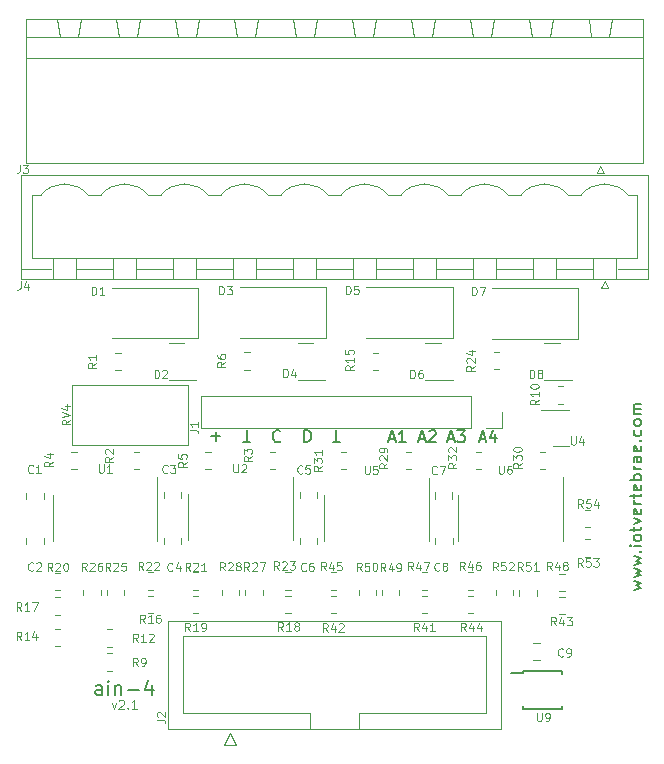
<source format=gbr>
%TF.GenerationSoftware,KiCad,Pcbnew,6.0.11+dfsg-1~bpo11+1*%
%TF.CreationDate,2023-07-05T16:39:37+02:00*%
%TF.ProjectId,ain4rib21,61696e34-7269-4623-9231-2e6b69636164,1.1*%
%TF.SameCoordinates,Original*%
%TF.FileFunction,Legend,Top*%
%TF.FilePolarity,Positive*%
%FSLAX46Y46*%
G04 Gerber Fmt 4.6, Leading zero omitted, Abs format (unit mm)*
G04 Created by KiCad (PCBNEW 6.0.11+dfsg-1~bpo11+1) date 2023-07-05 16:39:37*
%MOMM*%
%LPD*%
G01*
G04 APERTURE LIST*
%ADD10C,0.120000*%
%ADD11C,0.150000*%
%ADD12C,0.200000*%
G04 APERTURE END LIST*
D10*
X136128571Y-118079285D02*
X136307142Y-118579285D01*
X136485714Y-118079285D01*
X136735714Y-117900714D02*
X136771428Y-117865000D01*
X136842857Y-117829285D01*
X137021428Y-117829285D01*
X137092857Y-117865000D01*
X137128571Y-117900714D01*
X137164285Y-117972142D01*
X137164285Y-118043571D01*
X137128571Y-118150714D01*
X136700000Y-118579285D01*
X137164285Y-118579285D01*
X137485714Y-118507857D02*
X137521428Y-118543571D01*
X137485714Y-118579285D01*
X137450000Y-118543571D01*
X137485714Y-118507857D01*
X137485714Y-118579285D01*
X138235714Y-118579285D02*
X137807142Y-118579285D01*
X138021428Y-118579285D02*
X138021428Y-117829285D01*
X137950000Y-117936428D01*
X137878571Y-118007857D01*
X137807142Y-118043571D01*
D11*
X147835714Y-95997619D02*
X147264285Y-95997619D01*
X147550000Y-94997619D02*
X147550000Y-95997619D01*
X164585714Y-95716666D02*
X165061904Y-95716666D01*
X164490476Y-96002380D02*
X164823809Y-95002380D01*
X165157142Y-96002380D01*
X165395238Y-95002380D02*
X166014285Y-95002380D01*
X165680952Y-95383333D01*
X165823809Y-95383333D01*
X165919047Y-95430952D01*
X165966666Y-95478571D01*
X166014285Y-95573809D01*
X166014285Y-95811904D01*
X165966666Y-95907142D01*
X165919047Y-95954761D01*
X165823809Y-96002380D01*
X165538095Y-96002380D01*
X165442857Y-95954761D01*
X165395238Y-95907142D01*
X159585714Y-95716666D02*
X160061904Y-95716666D01*
X159490476Y-96002380D02*
X159823809Y-95002380D01*
X160157142Y-96002380D01*
X161014285Y-96002380D02*
X160442857Y-96002380D01*
X160728571Y-96002380D02*
X160728571Y-95002380D01*
X160633333Y-95145238D01*
X160538095Y-95240476D01*
X160442857Y-95288095D01*
X152438095Y-95977380D02*
X152438095Y-94977380D01*
X152676190Y-94977380D01*
X152819047Y-95025000D01*
X152914285Y-95120238D01*
X152961904Y-95215476D01*
X153009523Y-95405952D01*
X153009523Y-95548809D01*
X152961904Y-95739285D01*
X152914285Y-95834523D01*
X152819047Y-95929761D01*
X152676190Y-95977380D01*
X152438095Y-95977380D01*
X150384523Y-95907142D02*
X150336904Y-95954761D01*
X150194047Y-96002380D01*
X150098809Y-96002380D01*
X149955952Y-95954761D01*
X149860714Y-95859523D01*
X149813095Y-95764285D01*
X149765476Y-95573809D01*
X149765476Y-95430952D01*
X149813095Y-95240476D01*
X149860714Y-95145238D01*
X149955952Y-95050000D01*
X150098809Y-95002380D01*
X150194047Y-95002380D01*
X150336904Y-95050000D01*
X150384523Y-95097619D01*
D12*
X135284285Y-117402857D02*
X135284285Y-116774285D01*
X135227142Y-116660000D01*
X135112857Y-116602857D01*
X134884285Y-116602857D01*
X134770000Y-116660000D01*
X135284285Y-117345714D02*
X135170000Y-117402857D01*
X134884285Y-117402857D01*
X134770000Y-117345714D01*
X134712857Y-117231428D01*
X134712857Y-117117142D01*
X134770000Y-117002857D01*
X134884285Y-116945714D01*
X135170000Y-116945714D01*
X135284285Y-116888571D01*
X135855714Y-117402857D02*
X135855714Y-116602857D01*
X135855714Y-116202857D02*
X135798571Y-116260000D01*
X135855714Y-116317142D01*
X135912857Y-116260000D01*
X135855714Y-116202857D01*
X135855714Y-116317142D01*
X136427142Y-116602857D02*
X136427142Y-117402857D01*
X136427142Y-116717142D02*
X136484285Y-116660000D01*
X136598571Y-116602857D01*
X136770000Y-116602857D01*
X136884285Y-116660000D01*
X136941428Y-116774285D01*
X136941428Y-117402857D01*
X137512857Y-116945714D02*
X138427142Y-116945714D01*
X139512857Y-116602857D02*
X139512857Y-117402857D01*
X139227142Y-116145714D02*
X138941428Y-117002857D01*
X139684285Y-117002857D01*
D11*
X167285714Y-95716666D02*
X167761904Y-95716666D01*
X167190476Y-96002380D02*
X167523809Y-95002380D01*
X167857142Y-96002380D01*
X168619047Y-95335714D02*
X168619047Y-96002380D01*
X168380952Y-94954761D02*
X168142857Y-95669047D01*
X168761904Y-95669047D01*
X155435714Y-95997619D02*
X154864285Y-95997619D01*
X155150000Y-94997619D02*
X155150000Y-95997619D01*
X144569047Y-95496428D02*
X145330952Y-95496428D01*
X144950000Y-95877380D02*
X144950000Y-95115476D01*
X180310714Y-108504761D02*
X180977380Y-108314285D01*
X180501190Y-108123809D01*
X180977380Y-107933333D01*
X180310714Y-107742857D01*
X180310714Y-107457142D02*
X180977380Y-107266666D01*
X180501190Y-107076190D01*
X180977380Y-106885714D01*
X180310714Y-106695238D01*
X180310714Y-106409523D02*
X180977380Y-106219047D01*
X180501190Y-106028571D01*
X180977380Y-105838095D01*
X180310714Y-105647619D01*
X180882142Y-105266666D02*
X180929761Y-105219047D01*
X180977380Y-105266666D01*
X180929761Y-105314285D01*
X180882142Y-105266666D01*
X180977380Y-105266666D01*
X180977380Y-104790476D02*
X180310714Y-104790476D01*
X179977380Y-104790476D02*
X180025000Y-104838095D01*
X180072619Y-104790476D01*
X180025000Y-104742857D01*
X179977380Y-104790476D01*
X180072619Y-104790476D01*
X180977380Y-104171428D02*
X180929761Y-104266666D01*
X180882142Y-104314285D01*
X180786904Y-104361904D01*
X180501190Y-104361904D01*
X180405952Y-104314285D01*
X180358333Y-104266666D01*
X180310714Y-104171428D01*
X180310714Y-104028571D01*
X180358333Y-103933333D01*
X180405952Y-103885714D01*
X180501190Y-103838095D01*
X180786904Y-103838095D01*
X180882142Y-103885714D01*
X180929761Y-103933333D01*
X180977380Y-104028571D01*
X180977380Y-104171428D01*
X180310714Y-103552380D02*
X180310714Y-103171428D01*
X179977380Y-103409523D02*
X180834523Y-103409523D01*
X180929761Y-103361904D01*
X180977380Y-103266666D01*
X180977380Y-103171428D01*
X180310714Y-102933333D02*
X180977380Y-102695238D01*
X180310714Y-102457142D01*
X180929761Y-101695238D02*
X180977380Y-101790476D01*
X180977380Y-101980952D01*
X180929761Y-102076190D01*
X180834523Y-102123809D01*
X180453571Y-102123809D01*
X180358333Y-102076190D01*
X180310714Y-101980952D01*
X180310714Y-101790476D01*
X180358333Y-101695238D01*
X180453571Y-101647619D01*
X180548809Y-101647619D01*
X180644047Y-102123809D01*
X180977380Y-101219047D02*
X180310714Y-101219047D01*
X180501190Y-101219047D02*
X180405952Y-101171428D01*
X180358333Y-101123809D01*
X180310714Y-101028571D01*
X180310714Y-100933333D01*
X180310714Y-100742857D02*
X180310714Y-100361904D01*
X179977380Y-100600000D02*
X180834523Y-100600000D01*
X180929761Y-100552380D01*
X180977380Y-100457142D01*
X180977380Y-100361904D01*
X180929761Y-99647619D02*
X180977380Y-99742857D01*
X180977380Y-99933333D01*
X180929761Y-100028571D01*
X180834523Y-100076190D01*
X180453571Y-100076190D01*
X180358333Y-100028571D01*
X180310714Y-99933333D01*
X180310714Y-99742857D01*
X180358333Y-99647619D01*
X180453571Y-99600000D01*
X180548809Y-99600000D01*
X180644047Y-100076190D01*
X180977380Y-99171428D02*
X179977380Y-99171428D01*
X180358333Y-99171428D02*
X180310714Y-99076190D01*
X180310714Y-98885714D01*
X180358333Y-98790476D01*
X180405952Y-98742857D01*
X180501190Y-98695238D01*
X180786904Y-98695238D01*
X180882142Y-98742857D01*
X180929761Y-98790476D01*
X180977380Y-98885714D01*
X180977380Y-99076190D01*
X180929761Y-99171428D01*
X180977380Y-98266666D02*
X180310714Y-98266666D01*
X180501190Y-98266666D02*
X180405952Y-98219047D01*
X180358333Y-98171428D01*
X180310714Y-98076190D01*
X180310714Y-97980952D01*
X180977380Y-97219047D02*
X180453571Y-97219047D01*
X180358333Y-97266666D01*
X180310714Y-97361904D01*
X180310714Y-97552380D01*
X180358333Y-97647619D01*
X180929761Y-97219047D02*
X180977380Y-97314285D01*
X180977380Y-97552380D01*
X180929761Y-97647619D01*
X180834523Y-97695238D01*
X180739285Y-97695238D01*
X180644047Y-97647619D01*
X180596428Y-97552380D01*
X180596428Y-97314285D01*
X180548809Y-97219047D01*
X180929761Y-96361904D02*
X180977380Y-96457142D01*
X180977380Y-96647619D01*
X180929761Y-96742857D01*
X180834523Y-96790476D01*
X180453571Y-96790476D01*
X180358333Y-96742857D01*
X180310714Y-96647619D01*
X180310714Y-96457142D01*
X180358333Y-96361904D01*
X180453571Y-96314285D01*
X180548809Y-96314285D01*
X180644047Y-96790476D01*
X180882142Y-95885714D02*
X180929761Y-95838095D01*
X180977380Y-95885714D01*
X180929761Y-95933333D01*
X180882142Y-95885714D01*
X180977380Y-95885714D01*
X180929761Y-94980952D02*
X180977380Y-95076190D01*
X180977380Y-95266666D01*
X180929761Y-95361904D01*
X180882142Y-95409523D01*
X180786904Y-95457142D01*
X180501190Y-95457142D01*
X180405952Y-95409523D01*
X180358333Y-95361904D01*
X180310714Y-95266666D01*
X180310714Y-95076190D01*
X180358333Y-94980952D01*
X180977380Y-94409523D02*
X180929761Y-94504761D01*
X180882142Y-94552380D01*
X180786904Y-94600000D01*
X180501190Y-94600000D01*
X180405952Y-94552380D01*
X180358333Y-94504761D01*
X180310714Y-94409523D01*
X180310714Y-94266666D01*
X180358333Y-94171428D01*
X180405952Y-94123809D01*
X180501190Y-94076190D01*
X180786904Y-94076190D01*
X180882142Y-94123809D01*
X180929761Y-94171428D01*
X180977380Y-94266666D01*
X180977380Y-94409523D01*
X180977380Y-93647619D02*
X180310714Y-93647619D01*
X180405952Y-93647619D02*
X180358333Y-93600000D01*
X180310714Y-93504761D01*
X180310714Y-93361904D01*
X180358333Y-93266666D01*
X180453571Y-93219047D01*
X180977380Y-93219047D01*
X180453571Y-93219047D02*
X180358333Y-93171428D01*
X180310714Y-93076190D01*
X180310714Y-92933333D01*
X180358333Y-92838095D01*
X180453571Y-92790476D01*
X180977380Y-92790476D01*
X162135714Y-95716666D02*
X162611904Y-95716666D01*
X162040476Y-96002380D02*
X162373809Y-95002380D01*
X162707142Y-96002380D01*
X162992857Y-95097619D02*
X163040476Y-95050000D01*
X163135714Y-95002380D01*
X163373809Y-95002380D01*
X163469047Y-95050000D01*
X163516666Y-95097619D01*
X163564285Y-95192857D01*
X163564285Y-95288095D01*
X163516666Y-95430952D01*
X162945238Y-96002380D01*
X163564285Y-96002380D01*
D10*
%TO.C,R22*%
X138800000Y-106836666D02*
X138566666Y-106503333D01*
X138400000Y-106836666D02*
X138400000Y-106136666D01*
X138666666Y-106136666D01*
X138733333Y-106170000D01*
X138766666Y-106203333D01*
X138800000Y-106270000D01*
X138800000Y-106370000D01*
X138766666Y-106436666D01*
X138733333Y-106470000D01*
X138666666Y-106503333D01*
X138400000Y-106503333D01*
X139066666Y-106203333D02*
X139100000Y-106170000D01*
X139166666Y-106136666D01*
X139333333Y-106136666D01*
X139400000Y-106170000D01*
X139433333Y-106203333D01*
X139466666Y-106270000D01*
X139466666Y-106336666D01*
X139433333Y-106436666D01*
X139033333Y-106836666D01*
X139466666Y-106836666D01*
X139733333Y-106203333D02*
X139766666Y-106170000D01*
X139833333Y-106136666D01*
X140000000Y-106136666D01*
X140066666Y-106170000D01*
X140100000Y-106203333D01*
X140133333Y-106270000D01*
X140133333Y-106336666D01*
X140100000Y-106436666D01*
X139700000Y-106836666D01*
X140133333Y-106836666D01*
%TO.C,R17*%
X128480000Y-110266666D02*
X128246666Y-109933333D01*
X128080000Y-110266666D02*
X128080000Y-109566666D01*
X128346666Y-109566666D01*
X128413333Y-109600000D01*
X128446666Y-109633333D01*
X128480000Y-109700000D01*
X128480000Y-109800000D01*
X128446666Y-109866666D01*
X128413333Y-109900000D01*
X128346666Y-109933333D01*
X128080000Y-109933333D01*
X129146666Y-110266666D02*
X128746666Y-110266666D01*
X128946666Y-110266666D02*
X128946666Y-109566666D01*
X128880000Y-109666666D01*
X128813333Y-109733333D01*
X128746666Y-109766666D01*
X129380000Y-109566666D02*
X129846666Y-109566666D01*
X129546666Y-110266666D01*
%TO.C,D4*%
X150673333Y-90516666D02*
X150673333Y-89816666D01*
X150840000Y-89816666D01*
X150940000Y-89850000D01*
X151006666Y-89916666D01*
X151040000Y-89983333D01*
X151073333Y-90116666D01*
X151073333Y-90216666D01*
X151040000Y-90350000D01*
X151006666Y-90416666D01*
X150940000Y-90483333D01*
X150840000Y-90516666D01*
X150673333Y-90516666D01*
X151673333Y-90050000D02*
X151673333Y-90516666D01*
X151506666Y-89783333D02*
X151340000Y-90283333D01*
X151773333Y-90283333D01*
%TO.C,C6*%
X152573333Y-106837500D02*
X152540000Y-106870833D01*
X152440000Y-106904166D01*
X152373333Y-106904166D01*
X152273333Y-106870833D01*
X152206666Y-106804166D01*
X152173333Y-106737500D01*
X152140000Y-106604166D01*
X152140000Y-106504166D01*
X152173333Y-106370833D01*
X152206666Y-106304166D01*
X152273333Y-106237500D01*
X152373333Y-106204166D01*
X152440000Y-106204166D01*
X152540000Y-106237500D01*
X152573333Y-106270833D01*
X153173333Y-106204166D02*
X153040000Y-106204166D01*
X152973333Y-106237500D01*
X152940000Y-106270833D01*
X152873333Y-106370833D01*
X152840000Y-106504166D01*
X152840000Y-106770833D01*
X152873333Y-106837500D01*
X152906666Y-106870833D01*
X152973333Y-106904166D01*
X153106666Y-106904166D01*
X153173333Y-106870833D01*
X153206666Y-106837500D01*
X153240000Y-106770833D01*
X153240000Y-106604166D01*
X153206666Y-106537500D01*
X153173333Y-106504166D01*
X153106666Y-106470833D01*
X152973333Y-106470833D01*
X152906666Y-106504166D01*
X152873333Y-106537500D01*
X152840000Y-106604166D01*
%TO.C,R1*%
X134826666Y-89296666D02*
X134493333Y-89530000D01*
X134826666Y-89696666D02*
X134126666Y-89696666D01*
X134126666Y-89430000D01*
X134160000Y-89363333D01*
X134193333Y-89330000D01*
X134260000Y-89296666D01*
X134360000Y-89296666D01*
X134426666Y-89330000D01*
X134460000Y-89363333D01*
X134493333Y-89430000D01*
X134493333Y-89696666D01*
X134826666Y-88630000D02*
X134826666Y-89030000D01*
X134826666Y-88830000D02*
X134126666Y-88830000D01*
X134226666Y-88896666D01*
X134293333Y-88963333D01*
X134326666Y-89030000D01*
%TO.C,R44*%
X166090000Y-112006666D02*
X165856666Y-111673333D01*
X165690000Y-112006666D02*
X165690000Y-111306666D01*
X165956666Y-111306666D01*
X166023333Y-111340000D01*
X166056666Y-111373333D01*
X166090000Y-111440000D01*
X166090000Y-111540000D01*
X166056666Y-111606666D01*
X166023333Y-111640000D01*
X165956666Y-111673333D01*
X165690000Y-111673333D01*
X166690000Y-111540000D02*
X166690000Y-112006666D01*
X166523333Y-111273333D02*
X166356666Y-111773333D01*
X166790000Y-111773333D01*
X167356666Y-111540000D02*
X167356666Y-112006666D01*
X167190000Y-111273333D02*
X167023333Y-111773333D01*
X167456666Y-111773333D01*
%TO.C,C4*%
X141273333Y-106850000D02*
X141240000Y-106883333D01*
X141140000Y-106916666D01*
X141073333Y-106916666D01*
X140973333Y-106883333D01*
X140906666Y-106816666D01*
X140873333Y-106750000D01*
X140840000Y-106616666D01*
X140840000Y-106516666D01*
X140873333Y-106383333D01*
X140906666Y-106316666D01*
X140973333Y-106250000D01*
X141073333Y-106216666D01*
X141140000Y-106216666D01*
X141240000Y-106250000D01*
X141273333Y-106283333D01*
X141873333Y-106450000D02*
X141873333Y-106916666D01*
X141706666Y-106183333D02*
X141540000Y-106683333D01*
X141973333Y-106683333D01*
%TO.C,R6*%
X145756666Y-89206666D02*
X145423333Y-89440000D01*
X145756666Y-89606666D02*
X145056666Y-89606666D01*
X145056666Y-89340000D01*
X145090000Y-89273333D01*
X145123333Y-89240000D01*
X145190000Y-89206666D01*
X145290000Y-89206666D01*
X145356666Y-89240000D01*
X145390000Y-89273333D01*
X145423333Y-89340000D01*
X145423333Y-89606666D01*
X145056666Y-88606666D02*
X145056666Y-88740000D01*
X145090000Y-88806666D01*
X145123333Y-88840000D01*
X145223333Y-88906666D01*
X145356666Y-88940000D01*
X145623333Y-88940000D01*
X145690000Y-88906666D01*
X145723333Y-88873333D01*
X145756666Y-88806666D01*
X145756666Y-88673333D01*
X145723333Y-88606666D01*
X145690000Y-88573333D01*
X145623333Y-88540000D01*
X145456666Y-88540000D01*
X145390000Y-88573333D01*
X145356666Y-88606666D01*
X145323333Y-88673333D01*
X145323333Y-88806666D01*
X145356666Y-88873333D01*
X145390000Y-88906666D01*
X145456666Y-88940000D01*
%TO.C,D2*%
X139753333Y-90576666D02*
X139753333Y-89876666D01*
X139920000Y-89876666D01*
X140020000Y-89910000D01*
X140086666Y-89976666D01*
X140120000Y-90043333D01*
X140153333Y-90176666D01*
X140153333Y-90276666D01*
X140120000Y-90410000D01*
X140086666Y-90476666D01*
X140020000Y-90543333D01*
X139920000Y-90576666D01*
X139753333Y-90576666D01*
X140420000Y-89943333D02*
X140453333Y-89910000D01*
X140520000Y-89876666D01*
X140686666Y-89876666D01*
X140753333Y-89910000D01*
X140786666Y-89943333D01*
X140820000Y-90010000D01*
X140820000Y-90076666D01*
X140786666Y-90176666D01*
X140386666Y-90576666D01*
X140820000Y-90576666D01*
%TO.C,R16*%
X138954000Y-111296666D02*
X138720666Y-110963333D01*
X138554000Y-111296666D02*
X138554000Y-110596666D01*
X138820666Y-110596666D01*
X138887333Y-110630000D01*
X138920666Y-110663333D01*
X138954000Y-110730000D01*
X138954000Y-110830000D01*
X138920666Y-110896666D01*
X138887333Y-110930000D01*
X138820666Y-110963333D01*
X138554000Y-110963333D01*
X139620666Y-111296666D02*
X139220666Y-111296666D01*
X139420666Y-111296666D02*
X139420666Y-110596666D01*
X139354000Y-110696666D01*
X139287333Y-110763333D01*
X139220666Y-110796666D01*
X140220666Y-110596666D02*
X140087333Y-110596666D01*
X140020666Y-110630000D01*
X139987333Y-110663333D01*
X139920666Y-110763333D01*
X139887333Y-110896666D01*
X139887333Y-111163333D01*
X139920666Y-111230000D01*
X139954000Y-111263333D01*
X140020666Y-111296666D01*
X140154000Y-111296666D01*
X140220666Y-111263333D01*
X140254000Y-111230000D01*
X140287333Y-111163333D01*
X140287333Y-110996666D01*
X140254000Y-110930000D01*
X140220666Y-110896666D01*
X140154000Y-110863333D01*
X140020666Y-110863333D01*
X139954000Y-110896666D01*
X139920666Y-110930000D01*
X139887333Y-110996666D01*
%TO.C,R10*%
X172266666Y-92400000D02*
X171933333Y-92633333D01*
X172266666Y-92800000D02*
X171566666Y-92800000D01*
X171566666Y-92533333D01*
X171600000Y-92466666D01*
X171633333Y-92433333D01*
X171700000Y-92400000D01*
X171800000Y-92400000D01*
X171866666Y-92433333D01*
X171900000Y-92466666D01*
X171933333Y-92533333D01*
X171933333Y-92800000D01*
X172266666Y-91733333D02*
X172266666Y-92133333D01*
X172266666Y-91933333D02*
X171566666Y-91933333D01*
X171666666Y-92000000D01*
X171733333Y-92066666D01*
X171766666Y-92133333D01*
X171566666Y-91300000D02*
X171566666Y-91233333D01*
X171600000Y-91166666D01*
X171633333Y-91133333D01*
X171700000Y-91100000D01*
X171833333Y-91066666D01*
X172000000Y-91066666D01*
X172133333Y-91100000D01*
X172200000Y-91133333D01*
X172233333Y-91166666D01*
X172266666Y-91233333D01*
X172266666Y-91300000D01*
X172233333Y-91366666D01*
X172200000Y-91400000D01*
X172133333Y-91433333D01*
X172000000Y-91466666D01*
X171833333Y-91466666D01*
X171700000Y-91433333D01*
X171633333Y-91400000D01*
X171600000Y-91366666D01*
X171566666Y-91300000D01*
%TO.C,R5*%
X142466666Y-97666666D02*
X142133333Y-97900000D01*
X142466666Y-98066666D02*
X141766666Y-98066666D01*
X141766666Y-97800000D01*
X141800000Y-97733333D01*
X141833333Y-97700000D01*
X141900000Y-97666666D01*
X142000000Y-97666666D01*
X142066666Y-97700000D01*
X142100000Y-97733333D01*
X142133333Y-97800000D01*
X142133333Y-98066666D01*
X141766666Y-97033333D02*
X141766666Y-97366666D01*
X142100000Y-97400000D01*
X142066666Y-97366666D01*
X142033333Y-97300000D01*
X142033333Y-97133333D01*
X142066666Y-97066666D01*
X142100000Y-97033333D01*
X142166666Y-97000000D01*
X142333333Y-97000000D01*
X142400000Y-97033333D01*
X142433333Y-97066666D01*
X142466666Y-97133333D01*
X142466666Y-97300000D01*
X142433333Y-97366666D01*
X142400000Y-97400000D01*
%TO.C,R29*%
X159476666Y-97800000D02*
X159143333Y-98033333D01*
X159476666Y-98200000D02*
X158776666Y-98200000D01*
X158776666Y-97933333D01*
X158810000Y-97866666D01*
X158843333Y-97833333D01*
X158910000Y-97800000D01*
X159010000Y-97800000D01*
X159076666Y-97833333D01*
X159110000Y-97866666D01*
X159143333Y-97933333D01*
X159143333Y-98200000D01*
X158843333Y-97533333D02*
X158810000Y-97500000D01*
X158776666Y-97433333D01*
X158776666Y-97266666D01*
X158810000Y-97200000D01*
X158843333Y-97166666D01*
X158910000Y-97133333D01*
X158976666Y-97133333D01*
X159076666Y-97166666D01*
X159476666Y-97566666D01*
X159476666Y-97133333D01*
X159476666Y-96800000D02*
X159476666Y-96666666D01*
X159443333Y-96600000D01*
X159410000Y-96566666D01*
X159310000Y-96500000D01*
X159176666Y-96466666D01*
X158910000Y-96466666D01*
X158843333Y-96500000D01*
X158810000Y-96533333D01*
X158776666Y-96600000D01*
X158776666Y-96733333D01*
X158810000Y-96800000D01*
X158843333Y-96833333D01*
X158910000Y-96866666D01*
X159076666Y-96866666D01*
X159143333Y-96833333D01*
X159176666Y-96800000D01*
X159210000Y-96733333D01*
X159210000Y-96600000D01*
X159176666Y-96533333D01*
X159143333Y-96500000D01*
X159076666Y-96466666D01*
%TO.C,R12*%
X138350000Y-112916666D02*
X138116666Y-112583333D01*
X137950000Y-112916666D02*
X137950000Y-112216666D01*
X138216666Y-112216666D01*
X138283333Y-112250000D01*
X138316666Y-112283333D01*
X138350000Y-112350000D01*
X138350000Y-112450000D01*
X138316666Y-112516666D01*
X138283333Y-112550000D01*
X138216666Y-112583333D01*
X137950000Y-112583333D01*
X139016666Y-112916666D02*
X138616666Y-112916666D01*
X138816666Y-112916666D02*
X138816666Y-112216666D01*
X138750000Y-112316666D01*
X138683333Y-112383333D01*
X138616666Y-112416666D01*
X139283333Y-112283333D02*
X139316666Y-112250000D01*
X139383333Y-112216666D01*
X139550000Y-112216666D01*
X139616666Y-112250000D01*
X139650000Y-112283333D01*
X139683333Y-112350000D01*
X139683333Y-112416666D01*
X139650000Y-112516666D01*
X139250000Y-112916666D01*
X139683333Y-112916666D01*
%TO.C,R49*%
X159300000Y-106946666D02*
X159066666Y-106613333D01*
X158900000Y-106946666D02*
X158900000Y-106246666D01*
X159166666Y-106246666D01*
X159233333Y-106280000D01*
X159266666Y-106313333D01*
X159300000Y-106380000D01*
X159300000Y-106480000D01*
X159266666Y-106546666D01*
X159233333Y-106580000D01*
X159166666Y-106613333D01*
X158900000Y-106613333D01*
X159900000Y-106480000D02*
X159900000Y-106946666D01*
X159733333Y-106213333D02*
X159566666Y-106713333D01*
X160000000Y-106713333D01*
X160300000Y-106946666D02*
X160433333Y-106946666D01*
X160500000Y-106913333D01*
X160533333Y-106880000D01*
X160600000Y-106780000D01*
X160633333Y-106646666D01*
X160633333Y-106380000D01*
X160600000Y-106313333D01*
X160566666Y-106280000D01*
X160500000Y-106246666D01*
X160366666Y-106246666D01*
X160300000Y-106280000D01*
X160266666Y-106313333D01*
X160233333Y-106380000D01*
X160233333Y-106546666D01*
X160266666Y-106613333D01*
X160300000Y-106646666D01*
X160366666Y-106680000D01*
X160500000Y-106680000D01*
X160566666Y-106646666D01*
X160600000Y-106613333D01*
X160633333Y-106546666D01*
%TO.C,J1*%
X142726666Y-94998333D02*
X143226666Y-94998333D01*
X143326666Y-95031666D01*
X143393333Y-95098333D01*
X143426666Y-95198333D01*
X143426666Y-95265000D01*
X143426666Y-94298333D02*
X143426666Y-94698333D01*
X143426666Y-94498333D02*
X142726666Y-94498333D01*
X142826666Y-94565000D01*
X142893333Y-94631666D01*
X142926666Y-94698333D01*
%TO.C,R19*%
X142770000Y-111996666D02*
X142536666Y-111663333D01*
X142370000Y-111996666D02*
X142370000Y-111296666D01*
X142636666Y-111296666D01*
X142703333Y-111330000D01*
X142736666Y-111363333D01*
X142770000Y-111430000D01*
X142770000Y-111530000D01*
X142736666Y-111596666D01*
X142703333Y-111630000D01*
X142636666Y-111663333D01*
X142370000Y-111663333D01*
X143436666Y-111996666D02*
X143036666Y-111996666D01*
X143236666Y-111996666D02*
X143236666Y-111296666D01*
X143170000Y-111396666D01*
X143103333Y-111463333D01*
X143036666Y-111496666D01*
X143770000Y-111996666D02*
X143903333Y-111996666D01*
X143970000Y-111963333D01*
X144003333Y-111930000D01*
X144070000Y-111830000D01*
X144103333Y-111696666D01*
X144103333Y-111430000D01*
X144070000Y-111363333D01*
X144036666Y-111330000D01*
X143970000Y-111296666D01*
X143836666Y-111296666D01*
X143770000Y-111330000D01*
X143736666Y-111363333D01*
X143703333Y-111430000D01*
X143703333Y-111596666D01*
X143736666Y-111663333D01*
X143770000Y-111696666D01*
X143836666Y-111730000D01*
X143970000Y-111730000D01*
X144036666Y-111696666D01*
X144070000Y-111663333D01*
X144103333Y-111596666D01*
%TO.C,C3*%
X140853333Y-98560000D02*
X140820000Y-98593333D01*
X140720000Y-98626666D01*
X140653333Y-98626666D01*
X140553333Y-98593333D01*
X140486666Y-98526666D01*
X140453333Y-98460000D01*
X140420000Y-98326666D01*
X140420000Y-98226666D01*
X140453333Y-98093333D01*
X140486666Y-98026666D01*
X140553333Y-97960000D01*
X140653333Y-97926666D01*
X140720000Y-97926666D01*
X140820000Y-97960000D01*
X140853333Y-97993333D01*
X141086666Y-97926666D02*
X141520000Y-97926666D01*
X141286666Y-98193333D01*
X141386666Y-98193333D01*
X141453333Y-98226666D01*
X141486666Y-98260000D01*
X141520000Y-98326666D01*
X141520000Y-98493333D01*
X141486666Y-98560000D01*
X141453333Y-98593333D01*
X141386666Y-98626666D01*
X141186666Y-98626666D01*
X141120000Y-98593333D01*
X141086666Y-98560000D01*
%TO.C,R24*%
X166846666Y-89540000D02*
X166513333Y-89773333D01*
X166846666Y-89940000D02*
X166146666Y-89940000D01*
X166146666Y-89673333D01*
X166180000Y-89606666D01*
X166213333Y-89573333D01*
X166280000Y-89540000D01*
X166380000Y-89540000D01*
X166446666Y-89573333D01*
X166480000Y-89606666D01*
X166513333Y-89673333D01*
X166513333Y-89940000D01*
X166213333Y-89273333D02*
X166180000Y-89240000D01*
X166146666Y-89173333D01*
X166146666Y-89006666D01*
X166180000Y-88940000D01*
X166213333Y-88906666D01*
X166280000Y-88873333D01*
X166346666Y-88873333D01*
X166446666Y-88906666D01*
X166846666Y-89306666D01*
X166846666Y-88873333D01*
X166380000Y-88273333D02*
X166846666Y-88273333D01*
X166113333Y-88440000D02*
X166613333Y-88606666D01*
X166613333Y-88173333D01*
%TO.C,R46*%
X166020000Y-106826666D02*
X165786666Y-106493333D01*
X165620000Y-106826666D02*
X165620000Y-106126666D01*
X165886666Y-106126666D01*
X165953333Y-106160000D01*
X165986666Y-106193333D01*
X166020000Y-106260000D01*
X166020000Y-106360000D01*
X165986666Y-106426666D01*
X165953333Y-106460000D01*
X165886666Y-106493333D01*
X165620000Y-106493333D01*
X166620000Y-106360000D02*
X166620000Y-106826666D01*
X166453333Y-106093333D02*
X166286666Y-106593333D01*
X166720000Y-106593333D01*
X167286666Y-106126666D02*
X167153333Y-106126666D01*
X167086666Y-106160000D01*
X167053333Y-106193333D01*
X166986666Y-106293333D01*
X166953333Y-106426666D01*
X166953333Y-106693333D01*
X166986666Y-106760000D01*
X167020000Y-106793333D01*
X167086666Y-106826666D01*
X167220000Y-106826666D01*
X167286666Y-106793333D01*
X167320000Y-106760000D01*
X167353333Y-106693333D01*
X167353333Y-106526666D01*
X167320000Y-106460000D01*
X167286666Y-106426666D01*
X167220000Y-106393333D01*
X167086666Y-106393333D01*
X167020000Y-106426666D01*
X166986666Y-106460000D01*
X166953333Y-106526666D01*
%TO.C,R31*%
X153916666Y-98010000D02*
X153583333Y-98243333D01*
X153916666Y-98410000D02*
X153216666Y-98410000D01*
X153216666Y-98143333D01*
X153250000Y-98076666D01*
X153283333Y-98043333D01*
X153350000Y-98010000D01*
X153450000Y-98010000D01*
X153516666Y-98043333D01*
X153550000Y-98076666D01*
X153583333Y-98143333D01*
X153583333Y-98410000D01*
X153216666Y-97776666D02*
X153216666Y-97343333D01*
X153483333Y-97576666D01*
X153483333Y-97476666D01*
X153516666Y-97410000D01*
X153550000Y-97376666D01*
X153616666Y-97343333D01*
X153783333Y-97343333D01*
X153850000Y-97376666D01*
X153883333Y-97410000D01*
X153916666Y-97476666D01*
X153916666Y-97676666D01*
X153883333Y-97743333D01*
X153850000Y-97776666D01*
X153916666Y-96676666D02*
X153916666Y-97076666D01*
X153916666Y-96876666D02*
X153216666Y-96876666D01*
X153316666Y-96943333D01*
X153383333Y-97010000D01*
X153416666Y-97076666D01*
%TO.C,D7*%
X166643333Y-83556666D02*
X166643333Y-82856666D01*
X166810000Y-82856666D01*
X166910000Y-82890000D01*
X166976666Y-82956666D01*
X167010000Y-83023333D01*
X167043333Y-83156666D01*
X167043333Y-83256666D01*
X167010000Y-83390000D01*
X166976666Y-83456666D01*
X166910000Y-83523333D01*
X166810000Y-83556666D01*
X166643333Y-83556666D01*
X167276666Y-82856666D02*
X167743333Y-82856666D01*
X167443333Y-83556666D01*
%TO.C,C7*%
X163653333Y-98660000D02*
X163620000Y-98693333D01*
X163520000Y-98726666D01*
X163453333Y-98726666D01*
X163353333Y-98693333D01*
X163286666Y-98626666D01*
X163253333Y-98560000D01*
X163220000Y-98426666D01*
X163220000Y-98326666D01*
X163253333Y-98193333D01*
X163286666Y-98126666D01*
X163353333Y-98060000D01*
X163453333Y-98026666D01*
X163520000Y-98026666D01*
X163620000Y-98060000D01*
X163653333Y-98093333D01*
X163886666Y-98026666D02*
X164353333Y-98026666D01*
X164053333Y-98726666D01*
%TO.C,R45*%
X154270000Y-106856666D02*
X154036666Y-106523333D01*
X153870000Y-106856666D02*
X153870000Y-106156666D01*
X154136666Y-106156666D01*
X154203333Y-106190000D01*
X154236666Y-106223333D01*
X154270000Y-106290000D01*
X154270000Y-106390000D01*
X154236666Y-106456666D01*
X154203333Y-106490000D01*
X154136666Y-106523333D01*
X153870000Y-106523333D01*
X154870000Y-106390000D02*
X154870000Y-106856666D01*
X154703333Y-106123333D02*
X154536666Y-106623333D01*
X154970000Y-106623333D01*
X155570000Y-106156666D02*
X155236666Y-106156666D01*
X155203333Y-106490000D01*
X155236666Y-106456666D01*
X155303333Y-106423333D01*
X155470000Y-106423333D01*
X155536666Y-106456666D01*
X155570000Y-106490000D01*
X155603333Y-106556666D01*
X155603333Y-106723333D01*
X155570000Y-106790000D01*
X155536666Y-106823333D01*
X155470000Y-106856666D01*
X155303333Y-106856666D01*
X155236666Y-106823333D01*
X155203333Y-106790000D01*
%TO.C,R50*%
X157280000Y-106906666D02*
X157046666Y-106573333D01*
X156880000Y-106906666D02*
X156880000Y-106206666D01*
X157146666Y-106206666D01*
X157213333Y-106240000D01*
X157246666Y-106273333D01*
X157280000Y-106340000D01*
X157280000Y-106440000D01*
X157246666Y-106506666D01*
X157213333Y-106540000D01*
X157146666Y-106573333D01*
X156880000Y-106573333D01*
X157913333Y-106206666D02*
X157580000Y-106206666D01*
X157546666Y-106540000D01*
X157580000Y-106506666D01*
X157646666Y-106473333D01*
X157813333Y-106473333D01*
X157880000Y-106506666D01*
X157913333Y-106540000D01*
X157946666Y-106606666D01*
X157946666Y-106773333D01*
X157913333Y-106840000D01*
X157880000Y-106873333D01*
X157813333Y-106906666D01*
X157646666Y-106906666D01*
X157580000Y-106873333D01*
X157546666Y-106840000D01*
X158380000Y-106206666D02*
X158446666Y-106206666D01*
X158513333Y-106240000D01*
X158546666Y-106273333D01*
X158580000Y-106340000D01*
X158613333Y-106473333D01*
X158613333Y-106640000D01*
X158580000Y-106773333D01*
X158546666Y-106840000D01*
X158513333Y-106873333D01*
X158446666Y-106906666D01*
X158380000Y-106906666D01*
X158313333Y-106873333D01*
X158280000Y-106840000D01*
X158246666Y-106773333D01*
X158213333Y-106640000D01*
X158213333Y-106473333D01*
X158246666Y-106340000D01*
X158280000Y-106273333D01*
X158313333Y-106240000D01*
X158380000Y-106206666D01*
%TO.C,J2*%
X139956666Y-119533333D02*
X140456666Y-119533333D01*
X140556666Y-119566666D01*
X140623333Y-119633333D01*
X140656666Y-119733333D01*
X140656666Y-119800000D01*
X140023333Y-119233333D02*
X139990000Y-119200000D01*
X139956666Y-119133333D01*
X139956666Y-118966666D01*
X139990000Y-118900000D01*
X140023333Y-118866666D01*
X140090000Y-118833333D01*
X140156666Y-118833333D01*
X140256666Y-118866666D01*
X140656666Y-119266666D01*
X140656666Y-118833333D01*
%TO.C,R42*%
X154430000Y-112036666D02*
X154196666Y-111703333D01*
X154030000Y-112036666D02*
X154030000Y-111336666D01*
X154296666Y-111336666D01*
X154363333Y-111370000D01*
X154396666Y-111403333D01*
X154430000Y-111470000D01*
X154430000Y-111570000D01*
X154396666Y-111636666D01*
X154363333Y-111670000D01*
X154296666Y-111703333D01*
X154030000Y-111703333D01*
X155030000Y-111570000D02*
X155030000Y-112036666D01*
X154863333Y-111303333D02*
X154696666Y-111803333D01*
X155130000Y-111803333D01*
X155363333Y-111403333D02*
X155396666Y-111370000D01*
X155463333Y-111336666D01*
X155630000Y-111336666D01*
X155696666Y-111370000D01*
X155730000Y-111403333D01*
X155763333Y-111470000D01*
X155763333Y-111536666D01*
X155730000Y-111636666D01*
X155330000Y-112036666D01*
X155763333Y-112036666D01*
%TO.C,R9*%
X138323333Y-114976666D02*
X138090000Y-114643333D01*
X137923333Y-114976666D02*
X137923333Y-114276666D01*
X138190000Y-114276666D01*
X138256666Y-114310000D01*
X138290000Y-114343333D01*
X138323333Y-114410000D01*
X138323333Y-114510000D01*
X138290000Y-114576666D01*
X138256666Y-114610000D01*
X138190000Y-114643333D01*
X137923333Y-114643333D01*
X138656666Y-114976666D02*
X138790000Y-114976666D01*
X138856666Y-114943333D01*
X138890000Y-114910000D01*
X138956666Y-114810000D01*
X138990000Y-114676666D01*
X138990000Y-114410000D01*
X138956666Y-114343333D01*
X138923333Y-114310000D01*
X138856666Y-114276666D01*
X138723333Y-114276666D01*
X138656666Y-114310000D01*
X138623333Y-114343333D01*
X138590000Y-114410000D01*
X138590000Y-114576666D01*
X138623333Y-114643333D01*
X138656666Y-114676666D01*
X138723333Y-114710000D01*
X138856666Y-114710000D01*
X138923333Y-114676666D01*
X138956666Y-114643333D01*
X138990000Y-114576666D01*
%TO.C,C1*%
X129463333Y-98580000D02*
X129430000Y-98613333D01*
X129330000Y-98646666D01*
X129263333Y-98646666D01*
X129163333Y-98613333D01*
X129096666Y-98546666D01*
X129063333Y-98480000D01*
X129030000Y-98346666D01*
X129030000Y-98246666D01*
X129063333Y-98113333D01*
X129096666Y-98046666D01*
X129163333Y-97980000D01*
X129263333Y-97946666D01*
X129330000Y-97946666D01*
X129430000Y-97980000D01*
X129463333Y-98013333D01*
X130130000Y-98646666D02*
X129730000Y-98646666D01*
X129930000Y-98646666D02*
X129930000Y-97946666D01*
X129863333Y-98046666D01*
X129796666Y-98113333D01*
X129730000Y-98146666D01*
%TO.C,RV4*%
X132606666Y-94106666D02*
X132273333Y-94340000D01*
X132606666Y-94506666D02*
X131906666Y-94506666D01*
X131906666Y-94240000D01*
X131940000Y-94173333D01*
X131973333Y-94140000D01*
X132040000Y-94106666D01*
X132140000Y-94106666D01*
X132206666Y-94140000D01*
X132240000Y-94173333D01*
X132273333Y-94240000D01*
X132273333Y-94506666D01*
X131906666Y-93906666D02*
X132606666Y-93673333D01*
X131906666Y-93440000D01*
X132140000Y-92906666D02*
X132606666Y-92906666D01*
X131873333Y-93073333D02*
X132373333Y-93240000D01*
X132373333Y-92806666D01*
%TO.C,R30*%
X170826666Y-97750000D02*
X170493333Y-97983333D01*
X170826666Y-98150000D02*
X170126666Y-98150000D01*
X170126666Y-97883333D01*
X170160000Y-97816666D01*
X170193333Y-97783333D01*
X170260000Y-97750000D01*
X170360000Y-97750000D01*
X170426666Y-97783333D01*
X170460000Y-97816666D01*
X170493333Y-97883333D01*
X170493333Y-98150000D01*
X170126666Y-97516666D02*
X170126666Y-97083333D01*
X170393333Y-97316666D01*
X170393333Y-97216666D01*
X170426666Y-97150000D01*
X170460000Y-97116666D01*
X170526666Y-97083333D01*
X170693333Y-97083333D01*
X170760000Y-97116666D01*
X170793333Y-97150000D01*
X170826666Y-97216666D01*
X170826666Y-97416666D01*
X170793333Y-97483333D01*
X170760000Y-97516666D01*
X170126666Y-96650000D02*
X170126666Y-96583333D01*
X170160000Y-96516666D01*
X170193333Y-96483333D01*
X170260000Y-96450000D01*
X170393333Y-96416666D01*
X170560000Y-96416666D01*
X170693333Y-96450000D01*
X170760000Y-96483333D01*
X170793333Y-96516666D01*
X170826666Y-96583333D01*
X170826666Y-96650000D01*
X170793333Y-96716666D01*
X170760000Y-96750000D01*
X170693333Y-96783333D01*
X170560000Y-96816666D01*
X170393333Y-96816666D01*
X170260000Y-96783333D01*
X170193333Y-96750000D01*
X170160000Y-96716666D01*
X170126666Y-96650000D01*
%TO.C,R20*%
X131100000Y-106916666D02*
X130866666Y-106583333D01*
X130700000Y-106916666D02*
X130700000Y-106216666D01*
X130966666Y-106216666D01*
X131033333Y-106250000D01*
X131066666Y-106283333D01*
X131100000Y-106350000D01*
X131100000Y-106450000D01*
X131066666Y-106516666D01*
X131033333Y-106550000D01*
X130966666Y-106583333D01*
X130700000Y-106583333D01*
X131366666Y-106283333D02*
X131400000Y-106250000D01*
X131466666Y-106216666D01*
X131633333Y-106216666D01*
X131700000Y-106250000D01*
X131733333Y-106283333D01*
X131766666Y-106350000D01*
X131766666Y-106416666D01*
X131733333Y-106516666D01*
X131333333Y-106916666D01*
X131766666Y-106916666D01*
X132200000Y-106216666D02*
X132266666Y-106216666D01*
X132333333Y-106250000D01*
X132366666Y-106283333D01*
X132400000Y-106350000D01*
X132433333Y-106483333D01*
X132433333Y-106650000D01*
X132400000Y-106783333D01*
X132366666Y-106850000D01*
X132333333Y-106883333D01*
X132266666Y-106916666D01*
X132200000Y-106916666D01*
X132133333Y-106883333D01*
X132100000Y-106850000D01*
X132066666Y-106783333D01*
X132033333Y-106650000D01*
X132033333Y-106483333D01*
X132066666Y-106350000D01*
X132100000Y-106283333D01*
X132133333Y-106250000D01*
X132200000Y-106216666D01*
%TO.C,R43*%
X173760000Y-111516666D02*
X173526666Y-111183333D01*
X173360000Y-111516666D02*
X173360000Y-110816666D01*
X173626666Y-110816666D01*
X173693333Y-110850000D01*
X173726666Y-110883333D01*
X173760000Y-110950000D01*
X173760000Y-111050000D01*
X173726666Y-111116666D01*
X173693333Y-111150000D01*
X173626666Y-111183333D01*
X173360000Y-111183333D01*
X174360000Y-111050000D02*
X174360000Y-111516666D01*
X174193333Y-110783333D02*
X174026666Y-111283333D01*
X174460000Y-111283333D01*
X174660000Y-110816666D02*
X175093333Y-110816666D01*
X174860000Y-111083333D01*
X174960000Y-111083333D01*
X175026666Y-111116666D01*
X175060000Y-111150000D01*
X175093333Y-111216666D01*
X175093333Y-111383333D01*
X175060000Y-111450000D01*
X175026666Y-111483333D01*
X174960000Y-111516666D01*
X174760000Y-111516666D01*
X174693333Y-111483333D01*
X174660000Y-111450000D01*
%TO.C,U1*%
X135036666Y-97886666D02*
X135036666Y-98453333D01*
X135070000Y-98520000D01*
X135103333Y-98553333D01*
X135170000Y-98586666D01*
X135303333Y-98586666D01*
X135370000Y-98553333D01*
X135403333Y-98520000D01*
X135436666Y-98453333D01*
X135436666Y-97886666D01*
X136136666Y-98586666D02*
X135736666Y-98586666D01*
X135936666Y-98586666D02*
X135936666Y-97886666D01*
X135870000Y-97986666D01*
X135803333Y-98053333D01*
X135736666Y-98086666D01*
%TO.C,J3*%
X128336666Y-72516666D02*
X128336666Y-73016666D01*
X128303333Y-73116666D01*
X128236666Y-73183333D01*
X128136666Y-73216666D01*
X128070000Y-73216666D01*
X128603333Y-72516666D02*
X129036666Y-72516666D01*
X128803333Y-72783333D01*
X128903333Y-72783333D01*
X128970000Y-72816666D01*
X129003333Y-72850000D01*
X129036666Y-72916666D01*
X129036666Y-73083333D01*
X129003333Y-73150000D01*
X128970000Y-73183333D01*
X128903333Y-73216666D01*
X128703333Y-73216666D01*
X128636666Y-73183333D01*
X128603333Y-73150000D01*
%TO.C,R14*%
X128480000Y-112746666D02*
X128246666Y-112413333D01*
X128080000Y-112746666D02*
X128080000Y-112046666D01*
X128346666Y-112046666D01*
X128413333Y-112080000D01*
X128446666Y-112113333D01*
X128480000Y-112180000D01*
X128480000Y-112280000D01*
X128446666Y-112346666D01*
X128413333Y-112380000D01*
X128346666Y-112413333D01*
X128080000Y-112413333D01*
X129146666Y-112746666D02*
X128746666Y-112746666D01*
X128946666Y-112746666D02*
X128946666Y-112046666D01*
X128880000Y-112146666D01*
X128813333Y-112213333D01*
X128746666Y-112246666D01*
X129746666Y-112280000D02*
X129746666Y-112746666D01*
X129580000Y-112013333D02*
X129413333Y-112513333D01*
X129846666Y-112513333D01*
%TO.C,D1*%
X134433333Y-83526666D02*
X134433333Y-82826666D01*
X134600000Y-82826666D01*
X134700000Y-82860000D01*
X134766666Y-82926666D01*
X134800000Y-82993333D01*
X134833333Y-83126666D01*
X134833333Y-83226666D01*
X134800000Y-83360000D01*
X134766666Y-83426666D01*
X134700000Y-83493333D01*
X134600000Y-83526666D01*
X134433333Y-83526666D01*
X135500000Y-83526666D02*
X135100000Y-83526666D01*
X135300000Y-83526666D02*
X135300000Y-82826666D01*
X135233333Y-82926666D01*
X135166666Y-82993333D01*
X135100000Y-83026666D01*
%TO.C,C8*%
X163873333Y-106830000D02*
X163840000Y-106863333D01*
X163740000Y-106896666D01*
X163673333Y-106896666D01*
X163573333Y-106863333D01*
X163506666Y-106796666D01*
X163473333Y-106730000D01*
X163440000Y-106596666D01*
X163440000Y-106496666D01*
X163473333Y-106363333D01*
X163506666Y-106296666D01*
X163573333Y-106230000D01*
X163673333Y-106196666D01*
X163740000Y-106196666D01*
X163840000Y-106230000D01*
X163873333Y-106263333D01*
X164273333Y-106496666D02*
X164206666Y-106463333D01*
X164173333Y-106430000D01*
X164140000Y-106363333D01*
X164140000Y-106330000D01*
X164173333Y-106263333D01*
X164206666Y-106230000D01*
X164273333Y-106196666D01*
X164406666Y-106196666D01*
X164473333Y-106230000D01*
X164506666Y-106263333D01*
X164540000Y-106330000D01*
X164540000Y-106363333D01*
X164506666Y-106430000D01*
X164473333Y-106463333D01*
X164406666Y-106496666D01*
X164273333Y-106496666D01*
X164206666Y-106530000D01*
X164173333Y-106563333D01*
X164140000Y-106630000D01*
X164140000Y-106763333D01*
X164173333Y-106830000D01*
X164206666Y-106863333D01*
X164273333Y-106896666D01*
X164406666Y-106896666D01*
X164473333Y-106863333D01*
X164506666Y-106830000D01*
X164540000Y-106763333D01*
X164540000Y-106630000D01*
X164506666Y-106563333D01*
X164473333Y-106530000D01*
X164406666Y-106496666D01*
%TO.C,U6*%
X168906666Y-97986666D02*
X168906666Y-98553333D01*
X168940000Y-98620000D01*
X168973333Y-98653333D01*
X169040000Y-98686666D01*
X169173333Y-98686666D01*
X169240000Y-98653333D01*
X169273333Y-98620000D01*
X169306666Y-98553333D01*
X169306666Y-97986666D01*
X169940000Y-97986666D02*
X169806666Y-97986666D01*
X169740000Y-98020000D01*
X169706666Y-98053333D01*
X169640000Y-98153333D01*
X169606666Y-98286666D01*
X169606666Y-98553333D01*
X169640000Y-98620000D01*
X169673333Y-98653333D01*
X169740000Y-98686666D01*
X169873333Y-98686666D01*
X169940000Y-98653333D01*
X169973333Y-98620000D01*
X170006666Y-98553333D01*
X170006666Y-98386666D01*
X169973333Y-98320000D01*
X169940000Y-98286666D01*
X169873333Y-98253333D01*
X169740000Y-98253333D01*
X169673333Y-98286666D01*
X169640000Y-98320000D01*
X169606666Y-98386666D01*
%TO.C,R48*%
X173400000Y-106846666D02*
X173166666Y-106513333D01*
X173000000Y-106846666D02*
X173000000Y-106146666D01*
X173266666Y-106146666D01*
X173333333Y-106180000D01*
X173366666Y-106213333D01*
X173400000Y-106280000D01*
X173400000Y-106380000D01*
X173366666Y-106446666D01*
X173333333Y-106480000D01*
X173266666Y-106513333D01*
X173000000Y-106513333D01*
X174000000Y-106380000D02*
X174000000Y-106846666D01*
X173833333Y-106113333D02*
X173666666Y-106613333D01*
X174100000Y-106613333D01*
X174466666Y-106446666D02*
X174400000Y-106413333D01*
X174366666Y-106380000D01*
X174333333Y-106313333D01*
X174333333Y-106280000D01*
X174366666Y-106213333D01*
X174400000Y-106180000D01*
X174466666Y-106146666D01*
X174600000Y-106146666D01*
X174666666Y-106180000D01*
X174700000Y-106213333D01*
X174733333Y-106280000D01*
X174733333Y-106313333D01*
X174700000Y-106380000D01*
X174666666Y-106413333D01*
X174600000Y-106446666D01*
X174466666Y-106446666D01*
X174400000Y-106480000D01*
X174366666Y-106513333D01*
X174333333Y-106580000D01*
X174333333Y-106713333D01*
X174366666Y-106780000D01*
X174400000Y-106813333D01*
X174466666Y-106846666D01*
X174600000Y-106846666D01*
X174666666Y-106813333D01*
X174700000Y-106780000D01*
X174733333Y-106713333D01*
X174733333Y-106580000D01*
X174700000Y-106513333D01*
X174666666Y-106480000D01*
X174600000Y-106446666D01*
%TO.C,R3*%
X147996666Y-97216666D02*
X147663333Y-97450000D01*
X147996666Y-97616666D02*
X147296666Y-97616666D01*
X147296666Y-97350000D01*
X147330000Y-97283333D01*
X147363333Y-97250000D01*
X147430000Y-97216666D01*
X147530000Y-97216666D01*
X147596666Y-97250000D01*
X147630000Y-97283333D01*
X147663333Y-97350000D01*
X147663333Y-97616666D01*
X147296666Y-96983333D02*
X147296666Y-96550000D01*
X147563333Y-96783333D01*
X147563333Y-96683333D01*
X147596666Y-96616666D01*
X147630000Y-96583333D01*
X147696666Y-96550000D01*
X147863333Y-96550000D01*
X147930000Y-96583333D01*
X147963333Y-96616666D01*
X147996666Y-96683333D01*
X147996666Y-96883333D01*
X147963333Y-96950000D01*
X147930000Y-96983333D01*
%TO.C,R32*%
X165316666Y-97770000D02*
X164983333Y-98003333D01*
X165316666Y-98170000D02*
X164616666Y-98170000D01*
X164616666Y-97903333D01*
X164650000Y-97836666D01*
X164683333Y-97803333D01*
X164750000Y-97770000D01*
X164850000Y-97770000D01*
X164916666Y-97803333D01*
X164950000Y-97836666D01*
X164983333Y-97903333D01*
X164983333Y-98170000D01*
X164616666Y-97536666D02*
X164616666Y-97103333D01*
X164883333Y-97336666D01*
X164883333Y-97236666D01*
X164916666Y-97170000D01*
X164950000Y-97136666D01*
X165016666Y-97103333D01*
X165183333Y-97103333D01*
X165250000Y-97136666D01*
X165283333Y-97170000D01*
X165316666Y-97236666D01*
X165316666Y-97436666D01*
X165283333Y-97503333D01*
X165250000Y-97536666D01*
X164683333Y-96836666D02*
X164650000Y-96803333D01*
X164616666Y-96736666D01*
X164616666Y-96570000D01*
X164650000Y-96503333D01*
X164683333Y-96470000D01*
X164750000Y-96436666D01*
X164816666Y-96436666D01*
X164916666Y-96470000D01*
X165316666Y-96870000D01*
X165316666Y-96436666D01*
%TO.C,D5*%
X155963333Y-83456666D02*
X155963333Y-82756666D01*
X156130000Y-82756666D01*
X156230000Y-82790000D01*
X156296666Y-82856666D01*
X156330000Y-82923333D01*
X156363333Y-83056666D01*
X156363333Y-83156666D01*
X156330000Y-83290000D01*
X156296666Y-83356666D01*
X156230000Y-83423333D01*
X156130000Y-83456666D01*
X155963333Y-83456666D01*
X156996666Y-82756666D02*
X156663333Y-82756666D01*
X156630000Y-83090000D01*
X156663333Y-83056666D01*
X156730000Y-83023333D01*
X156896666Y-83023333D01*
X156963333Y-83056666D01*
X156996666Y-83090000D01*
X157030000Y-83156666D01*
X157030000Y-83323333D01*
X156996666Y-83390000D01*
X156963333Y-83423333D01*
X156896666Y-83456666D01*
X156730000Y-83456666D01*
X156663333Y-83423333D01*
X156630000Y-83390000D01*
%TO.C,R51*%
X170940000Y-106876666D02*
X170706666Y-106543333D01*
X170540000Y-106876666D02*
X170540000Y-106176666D01*
X170806666Y-106176666D01*
X170873333Y-106210000D01*
X170906666Y-106243333D01*
X170940000Y-106310000D01*
X170940000Y-106410000D01*
X170906666Y-106476666D01*
X170873333Y-106510000D01*
X170806666Y-106543333D01*
X170540000Y-106543333D01*
X171573333Y-106176666D02*
X171240000Y-106176666D01*
X171206666Y-106510000D01*
X171240000Y-106476666D01*
X171306666Y-106443333D01*
X171473333Y-106443333D01*
X171540000Y-106476666D01*
X171573333Y-106510000D01*
X171606666Y-106576666D01*
X171606666Y-106743333D01*
X171573333Y-106810000D01*
X171540000Y-106843333D01*
X171473333Y-106876666D01*
X171306666Y-106876666D01*
X171240000Y-106843333D01*
X171206666Y-106810000D01*
X172273333Y-106876666D02*
X171873333Y-106876666D01*
X172073333Y-106876666D02*
X172073333Y-106176666D01*
X172006666Y-106276666D01*
X171940000Y-106343333D01*
X171873333Y-106376666D01*
%TO.C,U2*%
X146436666Y-97866666D02*
X146436666Y-98433333D01*
X146470000Y-98500000D01*
X146503333Y-98533333D01*
X146570000Y-98566666D01*
X146703333Y-98566666D01*
X146770000Y-98533333D01*
X146803333Y-98500000D01*
X146836666Y-98433333D01*
X146836666Y-97866666D01*
X147136666Y-97933333D02*
X147170000Y-97900000D01*
X147236666Y-97866666D01*
X147403333Y-97866666D01*
X147470000Y-97900000D01*
X147503333Y-97933333D01*
X147536666Y-98000000D01*
X147536666Y-98066666D01*
X147503333Y-98166666D01*
X147103333Y-98566666D01*
X147536666Y-98566666D01*
%TO.C,R27*%
X147770000Y-106876666D02*
X147536666Y-106543333D01*
X147370000Y-106876666D02*
X147370000Y-106176666D01*
X147636666Y-106176666D01*
X147703333Y-106210000D01*
X147736666Y-106243333D01*
X147770000Y-106310000D01*
X147770000Y-106410000D01*
X147736666Y-106476666D01*
X147703333Y-106510000D01*
X147636666Y-106543333D01*
X147370000Y-106543333D01*
X148036666Y-106243333D02*
X148070000Y-106210000D01*
X148136666Y-106176666D01*
X148303333Y-106176666D01*
X148370000Y-106210000D01*
X148403333Y-106243333D01*
X148436666Y-106310000D01*
X148436666Y-106376666D01*
X148403333Y-106476666D01*
X148003333Y-106876666D01*
X148436666Y-106876666D01*
X148670000Y-106176666D02*
X149136666Y-106176666D01*
X148836666Y-106876666D01*
%TO.C,R4*%
X131126666Y-97646666D02*
X130793333Y-97880000D01*
X131126666Y-98046666D02*
X130426666Y-98046666D01*
X130426666Y-97780000D01*
X130460000Y-97713333D01*
X130493333Y-97680000D01*
X130560000Y-97646666D01*
X130660000Y-97646666D01*
X130726666Y-97680000D01*
X130760000Y-97713333D01*
X130793333Y-97780000D01*
X130793333Y-98046666D01*
X130660000Y-97046666D02*
X131126666Y-97046666D01*
X130393333Y-97213333D02*
X130893333Y-97380000D01*
X130893333Y-96946666D01*
%TO.C,J4*%
X128416666Y-82396666D02*
X128416666Y-82896666D01*
X128383333Y-82996666D01*
X128316666Y-83063333D01*
X128216666Y-83096666D01*
X128150000Y-83096666D01*
X129050000Y-82630000D02*
X129050000Y-83096666D01*
X128883333Y-82363333D02*
X128716666Y-82863333D01*
X129150000Y-82863333D01*
%TO.C,R41*%
X162150000Y-112006666D02*
X161916666Y-111673333D01*
X161750000Y-112006666D02*
X161750000Y-111306666D01*
X162016666Y-111306666D01*
X162083333Y-111340000D01*
X162116666Y-111373333D01*
X162150000Y-111440000D01*
X162150000Y-111540000D01*
X162116666Y-111606666D01*
X162083333Y-111640000D01*
X162016666Y-111673333D01*
X161750000Y-111673333D01*
X162750000Y-111540000D02*
X162750000Y-112006666D01*
X162583333Y-111273333D02*
X162416666Y-111773333D01*
X162850000Y-111773333D01*
X163483333Y-112006666D02*
X163083333Y-112006666D01*
X163283333Y-112006666D02*
X163283333Y-111306666D01*
X163216666Y-111406666D01*
X163150000Y-111473333D01*
X163083333Y-111506666D01*
%TO.C,R18*%
X150650000Y-111966666D02*
X150416666Y-111633333D01*
X150250000Y-111966666D02*
X150250000Y-111266666D01*
X150516666Y-111266666D01*
X150583333Y-111300000D01*
X150616666Y-111333333D01*
X150650000Y-111400000D01*
X150650000Y-111500000D01*
X150616666Y-111566666D01*
X150583333Y-111600000D01*
X150516666Y-111633333D01*
X150250000Y-111633333D01*
X151316666Y-111966666D02*
X150916666Y-111966666D01*
X151116666Y-111966666D02*
X151116666Y-111266666D01*
X151050000Y-111366666D01*
X150983333Y-111433333D01*
X150916666Y-111466666D01*
X151716666Y-111566666D02*
X151650000Y-111533333D01*
X151616666Y-111500000D01*
X151583333Y-111433333D01*
X151583333Y-111400000D01*
X151616666Y-111333333D01*
X151650000Y-111300000D01*
X151716666Y-111266666D01*
X151850000Y-111266666D01*
X151916666Y-111300000D01*
X151950000Y-111333333D01*
X151983333Y-111400000D01*
X151983333Y-111433333D01*
X151950000Y-111500000D01*
X151916666Y-111533333D01*
X151850000Y-111566666D01*
X151716666Y-111566666D01*
X151650000Y-111600000D01*
X151616666Y-111633333D01*
X151583333Y-111700000D01*
X151583333Y-111833333D01*
X151616666Y-111900000D01*
X151650000Y-111933333D01*
X151716666Y-111966666D01*
X151850000Y-111966666D01*
X151916666Y-111933333D01*
X151950000Y-111900000D01*
X151983333Y-111833333D01*
X151983333Y-111700000D01*
X151950000Y-111633333D01*
X151916666Y-111600000D01*
X151850000Y-111566666D01*
%TO.C,R2*%
X136246666Y-97256666D02*
X135913333Y-97490000D01*
X136246666Y-97656666D02*
X135546666Y-97656666D01*
X135546666Y-97390000D01*
X135580000Y-97323333D01*
X135613333Y-97290000D01*
X135680000Y-97256666D01*
X135780000Y-97256666D01*
X135846666Y-97290000D01*
X135880000Y-97323333D01*
X135913333Y-97390000D01*
X135913333Y-97656666D01*
X135613333Y-96990000D02*
X135580000Y-96956666D01*
X135546666Y-96890000D01*
X135546666Y-96723333D01*
X135580000Y-96656666D01*
X135613333Y-96623333D01*
X135680000Y-96590000D01*
X135746666Y-96590000D01*
X135846666Y-96623333D01*
X136246666Y-97023333D01*
X136246666Y-96590000D01*
%TO.C,R28*%
X145720000Y-106866666D02*
X145486666Y-106533333D01*
X145320000Y-106866666D02*
X145320000Y-106166666D01*
X145586666Y-106166666D01*
X145653333Y-106200000D01*
X145686666Y-106233333D01*
X145720000Y-106300000D01*
X145720000Y-106400000D01*
X145686666Y-106466666D01*
X145653333Y-106500000D01*
X145586666Y-106533333D01*
X145320000Y-106533333D01*
X145986666Y-106233333D02*
X146020000Y-106200000D01*
X146086666Y-106166666D01*
X146253333Y-106166666D01*
X146320000Y-106200000D01*
X146353333Y-106233333D01*
X146386666Y-106300000D01*
X146386666Y-106366666D01*
X146353333Y-106466666D01*
X145953333Y-106866666D01*
X146386666Y-106866666D01*
X146786666Y-106466666D02*
X146720000Y-106433333D01*
X146686666Y-106400000D01*
X146653333Y-106333333D01*
X146653333Y-106300000D01*
X146686666Y-106233333D01*
X146720000Y-106200000D01*
X146786666Y-106166666D01*
X146920000Y-106166666D01*
X146986666Y-106200000D01*
X147020000Y-106233333D01*
X147053333Y-106300000D01*
X147053333Y-106333333D01*
X147020000Y-106400000D01*
X146986666Y-106433333D01*
X146920000Y-106466666D01*
X146786666Y-106466666D01*
X146720000Y-106500000D01*
X146686666Y-106533333D01*
X146653333Y-106600000D01*
X146653333Y-106733333D01*
X146686666Y-106800000D01*
X146720000Y-106833333D01*
X146786666Y-106866666D01*
X146920000Y-106866666D01*
X146986666Y-106833333D01*
X147020000Y-106800000D01*
X147053333Y-106733333D01*
X147053333Y-106600000D01*
X147020000Y-106533333D01*
X146986666Y-106500000D01*
X146920000Y-106466666D01*
%TO.C,U4*%
X175019166Y-95506666D02*
X175019166Y-96073333D01*
X175052500Y-96140000D01*
X175085833Y-96173333D01*
X175152500Y-96206666D01*
X175285833Y-96206666D01*
X175352500Y-96173333D01*
X175385833Y-96140000D01*
X175419166Y-96073333D01*
X175419166Y-95506666D01*
X176052500Y-95740000D02*
X176052500Y-96206666D01*
X175885833Y-95473333D02*
X175719166Y-95973333D01*
X176152500Y-95973333D01*
%TO.C,D6*%
X161420833Y-90576666D02*
X161420833Y-89876666D01*
X161587500Y-89876666D01*
X161687500Y-89910000D01*
X161754166Y-89976666D01*
X161787500Y-90043333D01*
X161820833Y-90176666D01*
X161820833Y-90276666D01*
X161787500Y-90410000D01*
X161754166Y-90476666D01*
X161687500Y-90543333D01*
X161587500Y-90576666D01*
X161420833Y-90576666D01*
X162420833Y-89876666D02*
X162287500Y-89876666D01*
X162220833Y-89910000D01*
X162187500Y-89943333D01*
X162120833Y-90043333D01*
X162087500Y-90176666D01*
X162087500Y-90443333D01*
X162120833Y-90510000D01*
X162154166Y-90543333D01*
X162220833Y-90576666D01*
X162354166Y-90576666D01*
X162420833Y-90543333D01*
X162454166Y-90510000D01*
X162487500Y-90443333D01*
X162487500Y-90276666D01*
X162454166Y-90210000D01*
X162420833Y-90176666D01*
X162354166Y-90143333D01*
X162220833Y-90143333D01*
X162154166Y-90176666D01*
X162120833Y-90210000D01*
X162087500Y-90276666D01*
%TO.C,R25*%
X136010000Y-106896666D02*
X135776666Y-106563333D01*
X135610000Y-106896666D02*
X135610000Y-106196666D01*
X135876666Y-106196666D01*
X135943333Y-106230000D01*
X135976666Y-106263333D01*
X136010000Y-106330000D01*
X136010000Y-106430000D01*
X135976666Y-106496666D01*
X135943333Y-106530000D01*
X135876666Y-106563333D01*
X135610000Y-106563333D01*
X136276666Y-106263333D02*
X136310000Y-106230000D01*
X136376666Y-106196666D01*
X136543333Y-106196666D01*
X136610000Y-106230000D01*
X136643333Y-106263333D01*
X136676666Y-106330000D01*
X136676666Y-106396666D01*
X136643333Y-106496666D01*
X136243333Y-106896666D01*
X136676666Y-106896666D01*
X137310000Y-106196666D02*
X136976666Y-106196666D01*
X136943333Y-106530000D01*
X136976666Y-106496666D01*
X137043333Y-106463333D01*
X137210000Y-106463333D01*
X137276666Y-106496666D01*
X137310000Y-106530000D01*
X137343333Y-106596666D01*
X137343333Y-106763333D01*
X137310000Y-106830000D01*
X137276666Y-106863333D01*
X137210000Y-106896666D01*
X137043333Y-106896666D01*
X136976666Y-106863333D01*
X136943333Y-106830000D01*
%TO.C,R21*%
X142780000Y-106896666D02*
X142546666Y-106563333D01*
X142380000Y-106896666D02*
X142380000Y-106196666D01*
X142646666Y-106196666D01*
X142713333Y-106230000D01*
X142746666Y-106263333D01*
X142780000Y-106330000D01*
X142780000Y-106430000D01*
X142746666Y-106496666D01*
X142713333Y-106530000D01*
X142646666Y-106563333D01*
X142380000Y-106563333D01*
X143046666Y-106263333D02*
X143080000Y-106230000D01*
X143146666Y-106196666D01*
X143313333Y-106196666D01*
X143380000Y-106230000D01*
X143413333Y-106263333D01*
X143446666Y-106330000D01*
X143446666Y-106396666D01*
X143413333Y-106496666D01*
X143013333Y-106896666D01*
X143446666Y-106896666D01*
X144113333Y-106896666D02*
X143713333Y-106896666D01*
X143913333Y-106896666D02*
X143913333Y-106196666D01*
X143846666Y-106296666D01*
X143780000Y-106363333D01*
X143713333Y-106396666D01*
%TO.C,R47*%
X161630000Y-106856666D02*
X161396666Y-106523333D01*
X161230000Y-106856666D02*
X161230000Y-106156666D01*
X161496666Y-106156666D01*
X161563333Y-106190000D01*
X161596666Y-106223333D01*
X161630000Y-106290000D01*
X161630000Y-106390000D01*
X161596666Y-106456666D01*
X161563333Y-106490000D01*
X161496666Y-106523333D01*
X161230000Y-106523333D01*
X162230000Y-106390000D02*
X162230000Y-106856666D01*
X162063333Y-106123333D02*
X161896666Y-106623333D01*
X162330000Y-106623333D01*
X162530000Y-106156666D02*
X162996666Y-106156666D01*
X162696666Y-106856666D01*
%TO.C,U9*%
X172126666Y-118916666D02*
X172126666Y-119483333D01*
X172160000Y-119550000D01*
X172193333Y-119583333D01*
X172260000Y-119616666D01*
X172393333Y-119616666D01*
X172460000Y-119583333D01*
X172493333Y-119550000D01*
X172526666Y-119483333D01*
X172526666Y-118916666D01*
X172893333Y-119616666D02*
X173026666Y-119616666D01*
X173093333Y-119583333D01*
X173126666Y-119550000D01*
X173193333Y-119450000D01*
X173226666Y-119316666D01*
X173226666Y-119050000D01*
X173193333Y-118983333D01*
X173160000Y-118950000D01*
X173093333Y-118916666D01*
X172960000Y-118916666D01*
X172893333Y-118950000D01*
X172860000Y-118983333D01*
X172826666Y-119050000D01*
X172826666Y-119216666D01*
X172860000Y-119283333D01*
X172893333Y-119316666D01*
X172960000Y-119350000D01*
X173093333Y-119350000D01*
X173160000Y-119316666D01*
X173193333Y-119283333D01*
X173226666Y-119216666D01*
%TO.C,D3*%
X145253333Y-83496666D02*
X145253333Y-82796666D01*
X145420000Y-82796666D01*
X145520000Y-82830000D01*
X145586666Y-82896666D01*
X145620000Y-82963333D01*
X145653333Y-83096666D01*
X145653333Y-83196666D01*
X145620000Y-83330000D01*
X145586666Y-83396666D01*
X145520000Y-83463333D01*
X145420000Y-83496666D01*
X145253333Y-83496666D01*
X145886666Y-82796666D02*
X146320000Y-82796666D01*
X146086666Y-83063333D01*
X146186666Y-83063333D01*
X146253333Y-83096666D01*
X146286666Y-83130000D01*
X146320000Y-83196666D01*
X146320000Y-83363333D01*
X146286666Y-83430000D01*
X146253333Y-83463333D01*
X146186666Y-83496666D01*
X145986666Y-83496666D01*
X145920000Y-83463333D01*
X145886666Y-83430000D01*
%TO.C,D8*%
X171523333Y-90586666D02*
X171523333Y-89886666D01*
X171690000Y-89886666D01*
X171790000Y-89920000D01*
X171856666Y-89986666D01*
X171890000Y-90053333D01*
X171923333Y-90186666D01*
X171923333Y-90286666D01*
X171890000Y-90420000D01*
X171856666Y-90486666D01*
X171790000Y-90553333D01*
X171690000Y-90586666D01*
X171523333Y-90586666D01*
X172323333Y-90186666D02*
X172256666Y-90153333D01*
X172223333Y-90120000D01*
X172190000Y-90053333D01*
X172190000Y-90020000D01*
X172223333Y-89953333D01*
X172256666Y-89920000D01*
X172323333Y-89886666D01*
X172456666Y-89886666D01*
X172523333Y-89920000D01*
X172556666Y-89953333D01*
X172590000Y-90020000D01*
X172590000Y-90053333D01*
X172556666Y-90120000D01*
X172523333Y-90153333D01*
X172456666Y-90186666D01*
X172323333Y-90186666D01*
X172256666Y-90220000D01*
X172223333Y-90253333D01*
X172190000Y-90320000D01*
X172190000Y-90453333D01*
X172223333Y-90520000D01*
X172256666Y-90553333D01*
X172323333Y-90586666D01*
X172456666Y-90586666D01*
X172523333Y-90553333D01*
X172556666Y-90520000D01*
X172590000Y-90453333D01*
X172590000Y-90320000D01*
X172556666Y-90253333D01*
X172523333Y-90220000D01*
X172456666Y-90186666D01*
%TO.C,C9*%
X174343333Y-114090000D02*
X174310000Y-114123333D01*
X174210000Y-114156666D01*
X174143333Y-114156666D01*
X174043333Y-114123333D01*
X173976666Y-114056666D01*
X173943333Y-113990000D01*
X173910000Y-113856666D01*
X173910000Y-113756666D01*
X173943333Y-113623333D01*
X173976666Y-113556666D01*
X174043333Y-113490000D01*
X174143333Y-113456666D01*
X174210000Y-113456666D01*
X174310000Y-113490000D01*
X174343333Y-113523333D01*
X174676666Y-114156666D02*
X174810000Y-114156666D01*
X174876666Y-114123333D01*
X174910000Y-114090000D01*
X174976666Y-113990000D01*
X175010000Y-113856666D01*
X175010000Y-113590000D01*
X174976666Y-113523333D01*
X174943333Y-113490000D01*
X174876666Y-113456666D01*
X174743333Y-113456666D01*
X174676666Y-113490000D01*
X174643333Y-113523333D01*
X174610000Y-113590000D01*
X174610000Y-113756666D01*
X174643333Y-113823333D01*
X174676666Y-113856666D01*
X174743333Y-113890000D01*
X174876666Y-113890000D01*
X174943333Y-113856666D01*
X174976666Y-113823333D01*
X175010000Y-113756666D01*
%TO.C,R52*%
X168830000Y-106866666D02*
X168596666Y-106533333D01*
X168430000Y-106866666D02*
X168430000Y-106166666D01*
X168696666Y-106166666D01*
X168763333Y-106200000D01*
X168796666Y-106233333D01*
X168830000Y-106300000D01*
X168830000Y-106400000D01*
X168796666Y-106466666D01*
X168763333Y-106500000D01*
X168696666Y-106533333D01*
X168430000Y-106533333D01*
X169463333Y-106166666D02*
X169130000Y-106166666D01*
X169096666Y-106500000D01*
X169130000Y-106466666D01*
X169196666Y-106433333D01*
X169363333Y-106433333D01*
X169430000Y-106466666D01*
X169463333Y-106500000D01*
X169496666Y-106566666D01*
X169496666Y-106733333D01*
X169463333Y-106800000D01*
X169430000Y-106833333D01*
X169363333Y-106866666D01*
X169196666Y-106866666D01*
X169130000Y-106833333D01*
X169096666Y-106800000D01*
X169763333Y-106233333D02*
X169796666Y-106200000D01*
X169863333Y-106166666D01*
X170030000Y-106166666D01*
X170096666Y-106200000D01*
X170130000Y-106233333D01*
X170163333Y-106300000D01*
X170163333Y-106366666D01*
X170130000Y-106466666D01*
X169730000Y-106866666D01*
X170163333Y-106866666D01*
%TO.C,U5*%
X157556666Y-97996666D02*
X157556666Y-98563333D01*
X157590000Y-98630000D01*
X157623333Y-98663333D01*
X157690000Y-98696666D01*
X157823333Y-98696666D01*
X157890000Y-98663333D01*
X157923333Y-98630000D01*
X157956666Y-98563333D01*
X157956666Y-97996666D01*
X158623333Y-97996666D02*
X158290000Y-97996666D01*
X158256666Y-98330000D01*
X158290000Y-98296666D01*
X158356666Y-98263333D01*
X158523333Y-98263333D01*
X158590000Y-98296666D01*
X158623333Y-98330000D01*
X158656666Y-98396666D01*
X158656666Y-98563333D01*
X158623333Y-98630000D01*
X158590000Y-98663333D01*
X158523333Y-98696666D01*
X158356666Y-98696666D01*
X158290000Y-98663333D01*
X158256666Y-98630000D01*
%TO.C,R23*%
X150290000Y-106806666D02*
X150056666Y-106473333D01*
X149890000Y-106806666D02*
X149890000Y-106106666D01*
X150156666Y-106106666D01*
X150223333Y-106140000D01*
X150256666Y-106173333D01*
X150290000Y-106240000D01*
X150290000Y-106340000D01*
X150256666Y-106406666D01*
X150223333Y-106440000D01*
X150156666Y-106473333D01*
X149890000Y-106473333D01*
X150556666Y-106173333D02*
X150590000Y-106140000D01*
X150656666Y-106106666D01*
X150823333Y-106106666D01*
X150890000Y-106140000D01*
X150923333Y-106173333D01*
X150956666Y-106240000D01*
X150956666Y-106306666D01*
X150923333Y-106406666D01*
X150523333Y-106806666D01*
X150956666Y-106806666D01*
X151190000Y-106106666D02*
X151623333Y-106106666D01*
X151390000Y-106373333D01*
X151490000Y-106373333D01*
X151556666Y-106406666D01*
X151590000Y-106440000D01*
X151623333Y-106506666D01*
X151623333Y-106673333D01*
X151590000Y-106740000D01*
X151556666Y-106773333D01*
X151490000Y-106806666D01*
X151290000Y-106806666D01*
X151223333Y-106773333D01*
X151190000Y-106740000D01*
%TO.C,C5*%
X152263333Y-98600000D02*
X152230000Y-98633333D01*
X152130000Y-98666666D01*
X152063333Y-98666666D01*
X151963333Y-98633333D01*
X151896666Y-98566666D01*
X151863333Y-98500000D01*
X151830000Y-98366666D01*
X151830000Y-98266666D01*
X151863333Y-98133333D01*
X151896666Y-98066666D01*
X151963333Y-98000000D01*
X152063333Y-97966666D01*
X152130000Y-97966666D01*
X152230000Y-98000000D01*
X152263333Y-98033333D01*
X152896666Y-97966666D02*
X152563333Y-97966666D01*
X152530000Y-98300000D01*
X152563333Y-98266666D01*
X152630000Y-98233333D01*
X152796666Y-98233333D01*
X152863333Y-98266666D01*
X152896666Y-98300000D01*
X152930000Y-98366666D01*
X152930000Y-98533333D01*
X152896666Y-98600000D01*
X152863333Y-98633333D01*
X152796666Y-98666666D01*
X152630000Y-98666666D01*
X152563333Y-98633333D01*
X152530000Y-98600000D01*
%TO.C,R26*%
X134010000Y-106896666D02*
X133776666Y-106563333D01*
X133610000Y-106896666D02*
X133610000Y-106196666D01*
X133876666Y-106196666D01*
X133943333Y-106230000D01*
X133976666Y-106263333D01*
X134010000Y-106330000D01*
X134010000Y-106430000D01*
X133976666Y-106496666D01*
X133943333Y-106530000D01*
X133876666Y-106563333D01*
X133610000Y-106563333D01*
X134276666Y-106263333D02*
X134310000Y-106230000D01*
X134376666Y-106196666D01*
X134543333Y-106196666D01*
X134610000Y-106230000D01*
X134643333Y-106263333D01*
X134676666Y-106330000D01*
X134676666Y-106396666D01*
X134643333Y-106496666D01*
X134243333Y-106896666D01*
X134676666Y-106896666D01*
X135276666Y-106196666D02*
X135143333Y-106196666D01*
X135076666Y-106230000D01*
X135043333Y-106263333D01*
X134976666Y-106363333D01*
X134943333Y-106496666D01*
X134943333Y-106763333D01*
X134976666Y-106830000D01*
X135010000Y-106863333D01*
X135076666Y-106896666D01*
X135210000Y-106896666D01*
X135276666Y-106863333D01*
X135310000Y-106830000D01*
X135343333Y-106763333D01*
X135343333Y-106596666D01*
X135310000Y-106530000D01*
X135276666Y-106496666D01*
X135210000Y-106463333D01*
X135076666Y-106463333D01*
X135010000Y-106496666D01*
X134976666Y-106530000D01*
X134943333Y-106596666D01*
%TO.C,R15*%
X156606666Y-89510000D02*
X156273333Y-89743333D01*
X156606666Y-89910000D02*
X155906666Y-89910000D01*
X155906666Y-89643333D01*
X155940000Y-89576666D01*
X155973333Y-89543333D01*
X156040000Y-89510000D01*
X156140000Y-89510000D01*
X156206666Y-89543333D01*
X156240000Y-89576666D01*
X156273333Y-89643333D01*
X156273333Y-89910000D01*
X156606666Y-88843333D02*
X156606666Y-89243333D01*
X156606666Y-89043333D02*
X155906666Y-89043333D01*
X156006666Y-89110000D01*
X156073333Y-89176666D01*
X156106666Y-89243333D01*
X155906666Y-88210000D02*
X155906666Y-88543333D01*
X156240000Y-88576666D01*
X156206666Y-88543333D01*
X156173333Y-88476666D01*
X156173333Y-88310000D01*
X156206666Y-88243333D01*
X156240000Y-88210000D01*
X156306666Y-88176666D01*
X156473333Y-88176666D01*
X156540000Y-88210000D01*
X156573333Y-88243333D01*
X156606666Y-88310000D01*
X156606666Y-88476666D01*
X156573333Y-88543333D01*
X156540000Y-88576666D01*
%TO.C,C2*%
X129483333Y-106820000D02*
X129450000Y-106853333D01*
X129350000Y-106886666D01*
X129283333Y-106886666D01*
X129183333Y-106853333D01*
X129116666Y-106786666D01*
X129083333Y-106720000D01*
X129050000Y-106586666D01*
X129050000Y-106486666D01*
X129083333Y-106353333D01*
X129116666Y-106286666D01*
X129183333Y-106220000D01*
X129283333Y-106186666D01*
X129350000Y-106186666D01*
X129450000Y-106220000D01*
X129483333Y-106253333D01*
X129750000Y-106253333D02*
X129783333Y-106220000D01*
X129850000Y-106186666D01*
X130016666Y-106186666D01*
X130083333Y-106220000D01*
X130116666Y-106253333D01*
X130150000Y-106320000D01*
X130150000Y-106386666D01*
X130116666Y-106486666D01*
X129716666Y-106886666D01*
X130150000Y-106886666D01*
%TO.C,R54*%
X176030000Y-101556666D02*
X175796666Y-101223333D01*
X175630000Y-101556666D02*
X175630000Y-100856666D01*
X175896666Y-100856666D01*
X175963333Y-100890000D01*
X175996666Y-100923333D01*
X176030000Y-100990000D01*
X176030000Y-101090000D01*
X175996666Y-101156666D01*
X175963333Y-101190000D01*
X175896666Y-101223333D01*
X175630000Y-101223333D01*
X176663333Y-100856666D02*
X176330000Y-100856666D01*
X176296666Y-101190000D01*
X176330000Y-101156666D01*
X176396666Y-101123333D01*
X176563333Y-101123333D01*
X176630000Y-101156666D01*
X176663333Y-101190000D01*
X176696666Y-101256666D01*
X176696666Y-101423333D01*
X176663333Y-101490000D01*
X176630000Y-101523333D01*
X176563333Y-101556666D01*
X176396666Y-101556666D01*
X176330000Y-101523333D01*
X176296666Y-101490000D01*
X177296666Y-101090000D02*
X177296666Y-101556666D01*
X177130000Y-100823333D02*
X176963333Y-101323333D01*
X177396666Y-101323333D01*
%TO.C,R53*%
X176020000Y-106536666D02*
X175786666Y-106203333D01*
X175620000Y-106536666D02*
X175620000Y-105836666D01*
X175886666Y-105836666D01*
X175953333Y-105870000D01*
X175986666Y-105903333D01*
X176020000Y-105970000D01*
X176020000Y-106070000D01*
X175986666Y-106136666D01*
X175953333Y-106170000D01*
X175886666Y-106203333D01*
X175620000Y-106203333D01*
X176653333Y-105836666D02*
X176320000Y-105836666D01*
X176286666Y-106170000D01*
X176320000Y-106136666D01*
X176386666Y-106103333D01*
X176553333Y-106103333D01*
X176620000Y-106136666D01*
X176653333Y-106170000D01*
X176686666Y-106236666D01*
X176686666Y-106403333D01*
X176653333Y-106470000D01*
X176620000Y-106503333D01*
X176553333Y-106536666D01*
X176386666Y-106536666D01*
X176320000Y-106503333D01*
X176286666Y-106470000D01*
X176920000Y-105836666D02*
X177353333Y-105836666D01*
X177120000Y-106103333D01*
X177220000Y-106103333D01*
X177286666Y-106136666D01*
X177320000Y-106170000D01*
X177353333Y-106236666D01*
X177353333Y-106403333D01*
X177320000Y-106470000D01*
X177286666Y-106503333D01*
X177220000Y-106536666D01*
X177020000Y-106536666D01*
X176953333Y-106503333D01*
X176920000Y-106470000D01*
%TO.C,R22*%
X139162936Y-107025000D02*
X139617064Y-107025000D01*
X139162936Y-108495000D02*
X139617064Y-108495000D01*
%TO.C,R17*%
X131322936Y-109135000D02*
X131777064Y-109135000D01*
X131322936Y-110605000D02*
X131777064Y-110605000D01*
%TO.C,D4*%
X152530000Y-90700000D02*
X151880000Y-90700000D01*
X152530000Y-87580000D02*
X153180000Y-87580000D01*
X152530000Y-90700000D02*
X154205000Y-90700000D01*
X152530000Y-87580000D02*
X151880000Y-87580000D01*
%TO.C,C6*%
X152035000Y-104658752D02*
X152035000Y-104136248D01*
X153505000Y-104658752D02*
X153505000Y-104136248D01*
%TO.C,R1*%
X136442936Y-88455000D02*
X136897064Y-88455000D01*
X136442936Y-89925000D02*
X136897064Y-89925000D01*
%TO.C,R44*%
X166262936Y-108995000D02*
X166717064Y-108995000D01*
X166262936Y-110465000D02*
X166717064Y-110465000D01*
%TO.C,C4*%
X142035000Y-104653752D02*
X142035000Y-104131248D01*
X140565000Y-104653752D02*
X140565000Y-104131248D01*
%TO.C,R6*%
X147352936Y-88385000D02*
X147807064Y-88385000D01*
X147352936Y-89855000D02*
X147807064Y-89855000D01*
%TO.C,D2*%
X141620000Y-87630000D02*
X140970000Y-87630000D01*
X141620000Y-90750000D02*
X143295000Y-90750000D01*
X141620000Y-87630000D02*
X142270000Y-87630000D01*
X141620000Y-90750000D02*
X140970000Y-90750000D01*
%TO.C,R16*%
X139617064Y-110465000D02*
X139162936Y-110465000D01*
X139617064Y-108995000D02*
X139162936Y-108995000D01*
%TO.C,R10*%
X174377064Y-92735000D02*
X173922936Y-92735000D01*
X174377064Y-91265000D02*
X173922936Y-91265000D01*
%TO.C,R5*%
X144507064Y-98275000D02*
X144052936Y-98275000D01*
X144507064Y-96805000D02*
X144052936Y-96805000D01*
%TO.C,R29*%
X161022936Y-96815000D02*
X161477064Y-96815000D01*
X161022936Y-98285000D02*
X161477064Y-98285000D01*
%TO.C,R12*%
X136177064Y-111835000D02*
X135722936Y-111835000D01*
X136177064Y-113305000D02*
X135722936Y-113305000D01*
%TO.C,R49*%
X159015000Y-108502936D02*
X159015000Y-108957064D01*
X160485000Y-108502936D02*
X160485000Y-108957064D01*
%TO.C,J1*%
X169170000Y-93450000D02*
X169170000Y-94780000D01*
X169170000Y-94780000D02*
X167840000Y-94780000D01*
X166570000Y-94780000D02*
X143650000Y-94780000D01*
X143650000Y-92120000D02*
X143650000Y-94780000D01*
X166570000Y-92120000D02*
X166570000Y-94780000D01*
X166570000Y-92120000D02*
X143650000Y-92120000D01*
%TO.C,R19*%
X143002936Y-110475000D02*
X143457064Y-110475000D01*
X143002936Y-109005000D02*
X143457064Y-109005000D01*
%TO.C,C3*%
X142015000Y-100768752D02*
X142015000Y-100246248D01*
X140545000Y-100768752D02*
X140545000Y-100246248D01*
%TO.C,R24*%
X168472936Y-88345000D02*
X168927064Y-88345000D01*
X168472936Y-89815000D02*
X168927064Y-89815000D01*
%TO.C,R46*%
X166717064Y-108485000D02*
X166262936Y-108485000D01*
X166717064Y-107015000D02*
X166262936Y-107015000D01*
%TO.C,R31*%
X155987064Y-98285000D02*
X155532936Y-98285000D01*
X155987064Y-96815000D02*
X155532936Y-96815000D01*
%TO.C,D7*%
X175650000Y-87230000D02*
X175650000Y-82930000D01*
X175650000Y-82930000D02*
X168350000Y-82930000D01*
X175650000Y-87230000D02*
X168350000Y-87230000D01*
%TO.C,C7*%
X164965000Y-100788752D02*
X164965000Y-100266248D01*
X163495000Y-100788752D02*
X163495000Y-100266248D01*
%TO.C,R45*%
X155137064Y-107025000D02*
X154682936Y-107025000D01*
X155137064Y-108495000D02*
X154682936Y-108495000D01*
%TO.C,R50*%
X158515000Y-108502936D02*
X158515000Y-108957064D01*
X157045000Y-108502936D02*
X157045000Y-108957064D01*
%TO.C,J2*%
X169100000Y-120262500D02*
X140900000Y-120262500D01*
X169100000Y-111142500D02*
X169100000Y-120262500D01*
X142200000Y-118952500D02*
X142200000Y-112452500D01*
X157050000Y-118952500D02*
X157050000Y-118952500D01*
X146110000Y-120652500D02*
X145610000Y-121652500D01*
X146610000Y-121652500D02*
X146110000Y-120652500D01*
X142200000Y-112452500D02*
X167800000Y-112452500D01*
X167800000Y-112452500D02*
X167800000Y-118952500D01*
X152950000Y-120262500D02*
X152950000Y-118952500D01*
X152950000Y-118952500D02*
X142200000Y-118952500D01*
X157050000Y-118952500D02*
X157050000Y-120262500D01*
X145610000Y-121652500D02*
X146610000Y-121652500D01*
X167800000Y-118952500D02*
X157050000Y-118952500D01*
X140900000Y-120262500D02*
X140900000Y-111142500D01*
X140900000Y-111142500D02*
X169100000Y-111142500D01*
%TO.C,R42*%
X154672936Y-108995000D02*
X155127064Y-108995000D01*
X154672936Y-110465000D02*
X155127064Y-110465000D01*
%TO.C,R9*%
X136167064Y-113875000D02*
X135712936Y-113875000D01*
X136167064Y-115345000D02*
X135712936Y-115345000D01*
%TO.C,C1*%
X130375000Y-100793752D02*
X130375000Y-100271248D01*
X128905000Y-100793752D02*
X128905000Y-100271248D01*
%TO.C,RV4*%
X142575000Y-96230000D02*
X132805000Y-96230000D01*
X142575000Y-91160000D02*
X132805000Y-91160000D01*
X142575000Y-96230000D02*
X142575000Y-91160000D01*
X132805000Y-96230000D02*
X132805000Y-91160000D01*
%TO.C,R30*%
X172372936Y-96805000D02*
X172827064Y-96805000D01*
X172372936Y-98275000D02*
X172827064Y-98275000D01*
%TO.C,R20*%
X131767064Y-107075000D02*
X131312936Y-107075000D01*
X131767064Y-108545000D02*
X131312936Y-108545000D01*
%TO.C,R43*%
X174012936Y-109125000D02*
X174467064Y-109125000D01*
X174012936Y-110595000D02*
X174467064Y-110595000D01*
%TO.C,U1*%
X131135000Y-102410000D02*
X131135000Y-100460000D01*
X140005000Y-102410000D02*
X140005000Y-98960000D01*
X131135000Y-102410000D02*
X131135000Y-104360000D01*
X140005000Y-102410000D02*
X140005000Y-104360000D01*
%TO.C,J3*%
X143500000Y-60167500D02*
X141500000Y-60167500D01*
X151500000Y-60167500D02*
X151750000Y-61667500D01*
X181110000Y-61667500D02*
X181110000Y-63467500D01*
X181110000Y-63467500D02*
X128890000Y-63467500D01*
X166500000Y-60167500D02*
X166750000Y-61667500D01*
X181110000Y-60167500D02*
X128890000Y-60167500D01*
X177800000Y-73187500D02*
X177200000Y-73187500D01*
X128890000Y-63467500D02*
X128890000Y-61667500D01*
X133250000Y-61667500D02*
X133500000Y-60167500D01*
X158250000Y-61667500D02*
X158500000Y-60167500D01*
X176750000Y-61667500D02*
X178250000Y-61667500D01*
X168500000Y-60167500D02*
X166500000Y-60167500D01*
X181110000Y-72387500D02*
X181110000Y-60167500D01*
X156500000Y-60167500D02*
X156750000Y-61667500D01*
X178500000Y-60167500D02*
X176500000Y-60167500D01*
X141750000Y-61667500D02*
X143250000Y-61667500D01*
X128890000Y-60167500D02*
X128890000Y-72387500D01*
X171500000Y-60167500D02*
X171750000Y-61667500D01*
X148500000Y-60167500D02*
X146500000Y-60167500D01*
X146750000Y-61667500D02*
X148250000Y-61667500D01*
X161500000Y-60167500D02*
X161750000Y-61667500D01*
X146500000Y-60167500D02*
X146750000Y-61667500D01*
X173500000Y-60167500D02*
X171500000Y-60167500D01*
X138500000Y-60167500D02*
X136500000Y-60167500D01*
X133500000Y-60167500D02*
X131500000Y-60167500D01*
X131500000Y-60167500D02*
X131750000Y-61667500D01*
X173250000Y-61667500D02*
X173500000Y-60167500D01*
X158500000Y-60167500D02*
X156500000Y-60167500D01*
X141500000Y-60167500D02*
X141750000Y-61667500D01*
X136500000Y-60167500D02*
X136750000Y-61667500D01*
X153250000Y-61667500D02*
X153500000Y-60167500D01*
X178250000Y-61667500D02*
X178500000Y-60167500D01*
X163500000Y-60167500D02*
X161500000Y-60167500D01*
X161750000Y-61667500D02*
X163250000Y-61667500D01*
X148250000Y-61667500D02*
X148500000Y-60167500D01*
X168250000Y-61667500D02*
X168500000Y-60167500D01*
X171750000Y-61667500D02*
X173250000Y-61667500D01*
X156750000Y-61667500D02*
X158250000Y-61667500D01*
X177200000Y-73187500D02*
X177500000Y-72587500D01*
X163250000Y-61667500D02*
X163500000Y-60167500D01*
X128890000Y-61667500D02*
X181110000Y-61667500D01*
X153500000Y-60167500D02*
X151500000Y-60167500D01*
X151750000Y-61667500D02*
X153250000Y-61667500D01*
X143250000Y-61667500D02*
X143500000Y-60167500D01*
X128890000Y-72387500D02*
X181110000Y-72387500D01*
X166750000Y-61667500D02*
X168250000Y-61667500D01*
X136750000Y-61667500D02*
X138250000Y-61667500D01*
X176500000Y-60167500D02*
X176750000Y-61667500D01*
X138250000Y-61667500D02*
X138500000Y-60167500D01*
X177500000Y-72587500D02*
X177800000Y-73187500D01*
X131750000Y-61667500D02*
X133250000Y-61667500D01*
%TO.C,R14*%
X131777064Y-113285000D02*
X131322936Y-113285000D01*
X131777064Y-111815000D02*
X131322936Y-111815000D01*
%TO.C,D1*%
X143470000Y-82910000D02*
X136170000Y-82910000D01*
X143470000Y-87210000D02*
X143470000Y-82910000D01*
X143470000Y-87210000D02*
X136170000Y-87210000D01*
%TO.C,C8*%
X164985000Y-104653752D02*
X164985000Y-104131248D01*
X163515000Y-104653752D02*
X163515000Y-104131248D01*
%TO.C,U6*%
X165475000Y-102400000D02*
X165475000Y-100450000D01*
X174345000Y-102400000D02*
X174345000Y-104350000D01*
X165475000Y-102400000D02*
X165475000Y-104350000D01*
X174345000Y-102400000D02*
X174345000Y-98950000D01*
%TO.C,R48*%
X174032936Y-108615000D02*
X174487064Y-108615000D01*
X174032936Y-107145000D02*
X174487064Y-107145000D01*
%TO.C,R3*%
X149512936Y-98295000D02*
X149967064Y-98295000D01*
X149512936Y-96825000D02*
X149967064Y-96825000D01*
%TO.C,R32*%
X167397064Y-96815000D02*
X166942936Y-96815000D01*
X167397064Y-98285000D02*
X166942936Y-98285000D01*
%TO.C,D5*%
X165000000Y-87200000D02*
X157700000Y-87200000D01*
X165000000Y-82900000D02*
X157700000Y-82900000D01*
X165000000Y-87200000D02*
X165000000Y-82900000D01*
%TO.C,R51*%
X172105000Y-108532936D02*
X172105000Y-108987064D01*
X170635000Y-108532936D02*
X170635000Y-108987064D01*
%TO.C,U2*%
X142595000Y-102370000D02*
X142595000Y-104320000D01*
X151465000Y-102370000D02*
X151465000Y-98920000D01*
X151465000Y-102370000D02*
X151465000Y-104320000D01*
X142595000Y-102370000D02*
X142595000Y-100420000D01*
%TO.C,R27*%
X147435000Y-108492936D02*
X147435000Y-108947064D01*
X148905000Y-108492936D02*
X148905000Y-108947064D01*
%TO.C,R4*%
X133167064Y-98295000D02*
X132712936Y-98295000D01*
X133167064Y-96825000D02*
X132712936Y-96825000D01*
%TO.C,J4*%
X156540000Y-81377500D02*
X153460000Y-81377500D01*
X136220000Y-81377500D02*
X133140000Y-81377500D01*
X145380000Y-75077500D02*
X144300000Y-75077500D01*
X129400000Y-80377500D02*
X129400000Y-75077500D01*
X168700000Y-80377500D02*
X168700000Y-82187500D01*
X148380000Y-82187500D02*
X146380000Y-82187500D01*
X160620000Y-75077500D02*
X159540000Y-75077500D01*
X153460000Y-80377500D02*
X153460000Y-82187500D01*
X180600000Y-80377500D02*
X129400000Y-80377500D01*
X141300000Y-80377500D02*
X143300000Y-80377500D01*
X150460000Y-75077500D02*
X149380000Y-75077500D01*
X153460000Y-82187500D02*
X151460000Y-82187500D01*
X151460000Y-81377500D02*
X148380000Y-81377500D01*
X179860000Y-75077500D02*
X180600000Y-75077500D01*
X128490000Y-81377500D02*
X131030000Y-81377500D01*
X178860000Y-82187500D02*
X176860000Y-82187500D01*
X136220000Y-80377500D02*
X138220000Y-80377500D01*
X131140000Y-80377500D02*
X133140000Y-80377500D01*
X131140000Y-82187500D02*
X131140000Y-80377500D01*
X158540000Y-80377500D02*
X158540000Y-82187500D01*
X148380000Y-80377500D02*
X148380000Y-82187500D01*
X138220000Y-82187500D02*
X136220000Y-82187500D01*
X133140000Y-82187500D02*
X131140000Y-82187500D01*
X146380000Y-81377500D02*
X143300000Y-81377500D01*
X133140000Y-80377500D02*
X133140000Y-82187500D01*
X151460000Y-82187500D02*
X151460000Y-80377500D01*
X158540000Y-82187500D02*
X156540000Y-82187500D01*
X163620000Y-82187500D02*
X161620000Y-82187500D01*
X175860000Y-75077500D02*
X174780000Y-75077500D01*
X165700000Y-75077500D02*
X164620000Y-75077500D01*
X128490000Y-73367500D02*
X128490000Y-82187500D01*
X151460000Y-80377500D02*
X153460000Y-80377500D01*
X181510000Y-73367500D02*
X128490000Y-73367500D01*
X135220000Y-75077500D02*
X134140000Y-75077500D01*
X166700000Y-81377500D02*
X163620000Y-81377500D01*
X143300000Y-80377500D02*
X143300000Y-82187500D01*
X128490000Y-82187500D02*
X181510000Y-82187500D01*
X141300000Y-81377500D02*
X138220000Y-81377500D01*
X166700000Y-82187500D02*
X166700000Y-80377500D01*
X163620000Y-80377500D02*
X163620000Y-82187500D01*
X161620000Y-81377500D02*
X158540000Y-81377500D01*
X161620000Y-80377500D02*
X163620000Y-80377500D01*
X171780000Y-80377500D02*
X173780000Y-80377500D01*
X161620000Y-82187500D02*
X161620000Y-80377500D01*
X176860000Y-81377500D02*
X173780000Y-81377500D01*
X177860000Y-82387500D02*
X178160000Y-82987500D01*
X178860000Y-80377500D02*
X178860000Y-82187500D01*
X168700000Y-82187500D02*
X166700000Y-82187500D01*
X171780000Y-82187500D02*
X171780000Y-80377500D01*
X136220000Y-82187500D02*
X136220000Y-80377500D01*
X156540000Y-80377500D02*
X158540000Y-80377500D01*
X138220000Y-80377500D02*
X138220000Y-82187500D01*
X181510000Y-81377500D02*
X178970000Y-81377500D01*
X143300000Y-82187500D02*
X141300000Y-82187500D01*
X173780000Y-82187500D02*
X171780000Y-82187500D01*
X177560000Y-82987500D02*
X177860000Y-82387500D01*
X180600000Y-75077500D02*
X180600000Y-80377500D01*
X176860000Y-80377500D02*
X178860000Y-80377500D01*
X178160000Y-82987500D02*
X177560000Y-82987500D01*
X141300000Y-82187500D02*
X141300000Y-80377500D01*
X173780000Y-80377500D02*
X173780000Y-82187500D01*
X170780000Y-75077500D02*
X169700000Y-75077500D01*
X176860000Y-82187500D02*
X176860000Y-80377500D01*
X156540000Y-82187500D02*
X156540000Y-80377500D01*
X146380000Y-82187500D02*
X146380000Y-80377500D01*
X146380000Y-80377500D02*
X148380000Y-80377500D01*
X129400000Y-75077500D02*
X130140000Y-75077500D01*
X140300000Y-75077500D02*
X139220000Y-75077500D01*
X155540000Y-75077500D02*
X154460000Y-75077500D01*
X171780000Y-81377500D02*
X168700000Y-81377500D01*
X181510000Y-82187500D02*
X181510000Y-73367500D01*
X166700000Y-80377500D02*
X168700000Y-80377500D01*
X169700000Y-75077500D02*
G75*
G03*
X165713158Y-75061679I-2000000J-1650000D01*
G01*
X159540000Y-75077500D02*
G75*
G03*
X155553158Y-75061679I-2000000J-1650000D01*
G01*
X134140000Y-75077500D02*
G75*
G03*
X130153158Y-75061679I-2000000J-1650000D01*
G01*
X149380000Y-75077500D02*
G75*
G03*
X145393158Y-75061679I-2000000J-1650000D01*
G01*
X144300000Y-75077500D02*
G75*
G03*
X140313158Y-75061679I-2000000J-1650000D01*
G01*
X164620000Y-75077500D02*
G75*
G03*
X160633158Y-75061679I-2000000J-1650000D01*
G01*
X139220000Y-75077500D02*
G75*
G03*
X135233158Y-75061679I-2000000J-1650000D01*
G01*
X174780000Y-75077500D02*
G75*
G03*
X170793158Y-75061679I-2000000J-1650000D01*
G01*
X154460000Y-75077500D02*
G75*
G03*
X150473158Y-75061679I-2000000J-1650000D01*
G01*
X179860000Y-75077500D02*
G75*
G03*
X175873158Y-75061679I-2000000J-1650000D01*
G01*
%TO.C,R41*%
X162847064Y-110465000D02*
X162392936Y-110465000D01*
X162847064Y-108995000D02*
X162392936Y-108995000D01*
%TO.C,R18*%
X151287064Y-110465000D02*
X150832936Y-110465000D01*
X151287064Y-108995000D02*
X150832936Y-108995000D01*
%TO.C,R2*%
X138012936Y-96845000D02*
X138467064Y-96845000D01*
X138012936Y-98315000D02*
X138467064Y-98315000D01*
%TO.C,R28*%
X146915000Y-108492936D02*
X146915000Y-108947064D01*
X145445000Y-108492936D02*
X145445000Y-108947064D01*
%TO.C,U4*%
X174162500Y-96360000D02*
X174812500Y-96360000D01*
X174162500Y-96360000D02*
X173512500Y-96360000D01*
X174162500Y-93240000D02*
X172487500Y-93240000D01*
X174162500Y-93240000D02*
X174812500Y-93240000D01*
%TO.C,D6*%
X163317500Y-87620000D02*
X162667500Y-87620000D01*
X163317500Y-90740000D02*
X162667500Y-90740000D01*
X163317500Y-90740000D02*
X164992500Y-90740000D01*
X163317500Y-87620000D02*
X163967500Y-87620000D01*
%TO.C,R25*%
X135735000Y-108492936D02*
X135735000Y-108947064D01*
X137205000Y-108492936D02*
X137205000Y-108947064D01*
%TO.C,R21*%
X143457064Y-108505000D02*
X143002936Y-108505000D01*
X143457064Y-107035000D02*
X143002936Y-107035000D01*
%TO.C,R47*%
X162402936Y-108485000D02*
X162857064Y-108485000D01*
X162402936Y-107015000D02*
X162857064Y-107015000D01*
D11*
%TO.C,U9*%
X174225000Y-115365000D02*
X174225000Y-115640000D01*
X174225000Y-118615000D02*
X174225000Y-118340000D01*
X170975000Y-115365000D02*
X170975000Y-115540000D01*
X170975000Y-115365000D02*
X174225000Y-115365000D01*
X170975000Y-115540000D02*
X169900000Y-115540000D01*
X170975000Y-118615000D02*
X174225000Y-118615000D01*
X170975000Y-118615000D02*
X170975000Y-118340000D01*
D10*
%TO.C,D3*%
X154300000Y-87200000D02*
X154300000Y-82900000D01*
X154300000Y-82900000D02*
X147000000Y-82900000D01*
X154300000Y-87200000D02*
X147000000Y-87200000D01*
%TO.C,D8*%
X173400000Y-87640000D02*
X172750000Y-87640000D01*
X173400000Y-90760000D02*
X172750000Y-90760000D01*
X173400000Y-90760000D02*
X175075000Y-90760000D01*
X173400000Y-87640000D02*
X174050000Y-87640000D01*
%TO.C,C9*%
X171831248Y-113015000D02*
X172353752Y-113015000D01*
X171831248Y-114485000D02*
X172353752Y-114485000D01*
%TO.C,R52*%
X170105000Y-108522936D02*
X170105000Y-108977064D01*
X168635000Y-108522936D02*
X168635000Y-108977064D01*
%TO.C,U5*%
X154085000Y-102450000D02*
X154085000Y-104400000D01*
X154085000Y-102450000D02*
X154085000Y-100500000D01*
X162955000Y-102450000D02*
X162955000Y-104400000D01*
X162955000Y-102450000D02*
X162955000Y-99000000D01*
%TO.C,R23*%
X150822936Y-107025000D02*
X151277064Y-107025000D01*
X150822936Y-108495000D02*
X151277064Y-108495000D01*
%TO.C,C5*%
X152045000Y-100773752D02*
X152045000Y-100251248D01*
X153515000Y-100773752D02*
X153515000Y-100251248D01*
%TO.C,R26*%
X135195000Y-108492936D02*
X135195000Y-108947064D01*
X133725000Y-108492936D02*
X133725000Y-108947064D01*
%TO.C,R15*%
X158212936Y-88465000D02*
X158667064Y-88465000D01*
X158212936Y-89935000D02*
X158667064Y-89935000D01*
%TO.C,C2*%
X128895000Y-104618752D02*
X128895000Y-104096248D01*
X130365000Y-104618752D02*
X130365000Y-104096248D01*
%TO.C,R54*%
X176637064Y-101735000D02*
X176182936Y-101735000D01*
X176637064Y-103205000D02*
X176182936Y-103205000D01*
%TO.C,R53*%
X176637064Y-104225000D02*
X176182936Y-104225000D01*
X176637064Y-105695000D02*
X176182936Y-105695000D01*
%TD*%
M02*

</source>
